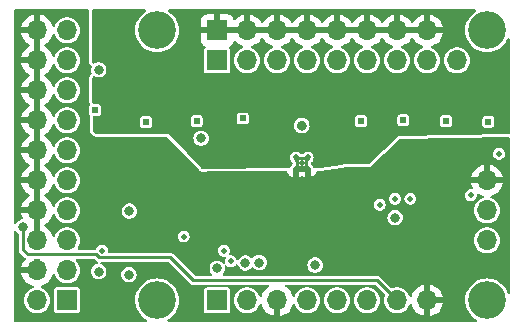
<source format=gbr>
%TF.GenerationSoftware,KiCad,Pcbnew,8.0.7*%
%TF.CreationDate,2024-12-22T07:10:06-05:00*%
%TF.ProjectId,tac5212_audio_board_single_ended,74616335-3231-4325-9f61-7564696f5f62,rev?*%
%TF.SameCoordinates,Original*%
%TF.FileFunction,Copper,L2,Inr*%
%TF.FilePolarity,Positive*%
%FSLAX46Y46*%
G04 Gerber Fmt 4.6, Leading zero omitted, Abs format (unit mm)*
G04 Created by KiCad (PCBNEW 8.0.7) date 2024-12-22 07:10:06*
%MOMM*%
%LPD*%
G01*
G04 APERTURE LIST*
%TA.AperFunction,ComponentPad*%
%ADD10R,1.700000X1.700000*%
%TD*%
%TA.AperFunction,ComponentPad*%
%ADD11O,1.700000X1.700000*%
%TD*%
%TA.AperFunction,ComponentPad*%
%ADD12C,3.200000*%
%TD*%
%TA.AperFunction,ComponentPad*%
%ADD13C,0.500000*%
%TD*%
%TA.AperFunction,ComponentPad*%
%ADD14R,0.500000X0.500000*%
%TD*%
%TA.AperFunction,ViaPad*%
%ADD15C,0.800000*%
%TD*%
%TA.AperFunction,Conductor*%
%ADD16C,0.250000*%
%TD*%
G04 APERTURE END LIST*
D10*
%TO.N,EN_HELD_HIGH*%
%TO.C,board_outline108*%
X89337500Y-122600000D03*
D11*
%TO.N,unconnected-(board_outline108-HELD_LOW-Pad2)*%
X86797500Y-122600000D03*
%TO.N,Net-(5V108-B)*%
X89337500Y-120060000D03*
%TO.N,GNDD*%
X86797500Y-120060000D03*
%TO.N,unconnected-(board_outline108-12V-Pad5)*%
X89337500Y-117520000D03*
%TO.N,GNDD*%
X86797500Y-117520000D03*
%TO.N,5212_DOUT1+*%
X89337500Y-114980000D03*
%TO.N,GNDD*%
X86797500Y-114980000D03*
%TO.N,5212_DIN1*%
X89337500Y-112440000D03*
%TO.N,GNDD*%
X86797500Y-112440000D03*
%TO.N,5212_BCLK1*%
X89337500Y-109900000D03*
%TO.N,GNDD*%
X86797500Y-109900000D03*
%TO.N,5212_LRCK1*%
X89337500Y-107360000D03*
%TO.N,GNDD*%
X86797500Y-107360000D03*
%TO.N,DSP_SDA*%
X89337500Y-104820000D03*
%TO.N,GNDD*%
X86797500Y-104820000D03*
%TO.N,DSP_SCL*%
X89337500Y-102280000D03*
%TO.N,GNDD*%
X86797500Y-102280000D03*
%TO.N,5212_MCLK1*%
X89337500Y-99740000D03*
%TO.N,GNDD*%
X86797500Y-99740000D03*
D10*
%TO.N,OUT1P+*%
X102047500Y-102285000D03*
%TO.N,Earth*%
X102047500Y-99745000D03*
D11*
%TO.N,OUT1M+*%
X104587500Y-102285000D03*
%TO.N,Earth*%
X104587500Y-99745000D03*
%TO.N,OUT2P+*%
X107127500Y-102285000D03*
%TO.N,Earth*%
X107127500Y-99745000D03*
%TO.N,OUT2M+*%
X109667500Y-102285000D03*
%TO.N,Earth*%
X109667500Y-99745000D03*
%TO.N,IN1P+*%
X112207500Y-102285000D03*
%TO.N,Earth*%
X112207500Y-99745000D03*
%TO.N,IN1M+*%
X114747500Y-102285000D03*
%TO.N,Earth*%
X114747500Y-99745000D03*
%TO.N,IN2P+*%
X117287500Y-102285000D03*
%TO.N,Earth*%
X117287500Y-99745000D03*
%TO.N,IN2M+*%
X119827500Y-102285000D03*
%TO.N,Earth*%
X119827500Y-99745000D03*
D10*
%TO.N,5212_SCL*%
X102047500Y-122605000D03*
D11*
%TO.N,5212_SDA*%
X104587500Y-122605000D03*
%TO.N,GNDD*%
X107127500Y-122605000D03*
%TO.N,GPIO1*%
X109667500Y-122605000D03*
%TO.N,GPIO2*%
X112207500Y-122605000D03*
%TO.N,GPO1*%
X114747500Y-122605000D03*
%TO.N,GPI1*%
X117287500Y-122605000D03*
%TO.N,GNDD*%
X119827500Y-122605000D03*
%TO.N,5V*%
X124892500Y-117525000D03*
%TO.N,3.3V_LDO*%
X124892500Y-114985000D03*
%TO.N,GNDD*%
X124892500Y-112445000D03*
%TO.N,MICBIAS*%
X122352500Y-102285000D03*
D12*
%TO.N,Net-(E108-B)*%
X96952500Y-99745000D03*
%TO.N,Net-(E109-B)*%
X124892500Y-99745000D03*
%TO.N,Net-(G117-A)*%
X96952500Y-122605000D03*
%TO.N,Net-(G118-A)*%
X124892500Y-122605000D03*
%TD*%
D13*
%TO.N,Earth*%
%TO.C,G110*%
X117100000Y-114000000D03*
%TD*%
%TO.N,Earth*%
%TO.C,G109*%
X99200000Y-117200000D03*
%TD*%
%TO.N,Earth*%
%TO.C,G112*%
X118400000Y-114000000D03*
%TD*%
%TO.N,Earth*%
%TO.C,G111*%
X92300000Y-118400000D03*
%TD*%
%TO.N,Earth*%
%TO.C,G113*%
X102600000Y-118400000D03*
%TD*%
%TO.N,GNDD*%
%TO.C,TAC5212*%
X109694975Y-110505025D03*
X109694975Y-111494975D03*
X109200000Y-111000000D03*
X108705025Y-110505025D03*
X108705025Y-111494975D03*
%TD*%
%TO.N,Earth*%
%TO.C,G115*%
X103200000Y-119300000D03*
%TD*%
%TO.N,Earth*%
%TO.C,G114*%
X123500000Y-113700000D03*
%TD*%
%TO.N,Earth*%
%TO.C,G116*%
X125900000Y-110200000D03*
%TD*%
%TO.N,Earth*%
%TO.C,G108*%
X115800000Y-114500000D03*
%TD*%
D14*
%TO.N,IN1P*%
%TO.C,INP1*%
X114200000Y-107425000D03*
%TD*%
%TO.N,OUT1M*%
%TO.C,OM1*%
X91700000Y-106500000D03*
%TD*%
%TO.N,IN1M*%
%TO.C,INM1*%
X117800000Y-107362500D03*
%TD*%
%TO.N,OUT1P*%
%TO.C,OP1*%
X96000000Y-107500000D03*
%TD*%
%TO.N,OUT2M*%
%TO.C,OM2*%
X104200000Y-107200000D03*
%TD*%
%TO.N,IN2M*%
%TO.C,INM2*%
X125000000Y-107482500D03*
%TD*%
%TO.N,IN2P*%
%TO.C,INP2*%
X121400000Y-107435000D03*
%TD*%
%TO.N,OUT2P*%
%TO.C,OP2*%
X100300000Y-107425000D03*
%TD*%
D15*
%TO.N,GNDD*%
X99400000Y-123800000D03*
X91719599Y-111998440D03*
X109200000Y-107800000D03*
X107711709Y-119246986D03*
X99000000Y-118800000D03*
X100718700Y-117875000D03*
%TO.N,5V*%
X94569964Y-120430000D03*
%TO.N,Earth*%
X103224739Y-107762663D03*
X112825000Y-110225000D03*
%TO.N,EN_HELD_HIGH*%
X117100000Y-115600000D03*
%TO.N,5212_SCL*%
X102047500Y-119900002D03*
%TO.N,5212_SDA*%
X92004802Y-120161926D03*
X92007954Y-103082209D03*
%TO.N,3.3V_LDO*%
X100675000Y-108873986D03*
X94600000Y-115050000D03*
X105600000Y-119400000D03*
%TO.N,GPI1*%
X85600000Y-116400000D03*
%TO.N,Net-(PU_EN108-Pad1)*%
X110338844Y-119622742D03*
X104430004Y-119430004D03*
%TD*%
D16*
%TO.N,GPI1*%
X100000000Y-120900000D02*
X98075000Y-118975000D01*
X85600000Y-118300000D02*
X85600000Y-116400000D01*
X86000000Y-118700000D02*
X85600000Y-118300000D01*
X91786827Y-118700000D02*
X86000000Y-118700000D01*
X92061827Y-118975000D02*
X91786827Y-118700000D01*
X115582500Y-120900000D02*
X100000000Y-120900000D01*
X117287500Y-122605000D02*
X115582500Y-120900000D01*
X98075000Y-118975000D02*
X92061827Y-118975000D01*
%TD*%
%TA.AperFunction,Conductor*%
%TO.N,Earth*%
G36*
X104121575Y-99552007D02*
G01*
X104087500Y-99679174D01*
X104087500Y-99810826D01*
X104121575Y-99937993D01*
X104154488Y-99995000D01*
X102480512Y-99995000D01*
X102513425Y-99937993D01*
X102547500Y-99810826D01*
X102547500Y-99679174D01*
X102513425Y-99552007D01*
X102480512Y-99495000D01*
X104154488Y-99495000D01*
X104121575Y-99552007D01*
G37*
%TD.AperFunction*%
%TA.AperFunction,Conductor*%
G36*
X106661575Y-99552007D02*
G01*
X106627500Y-99679174D01*
X106627500Y-99810826D01*
X106661575Y-99937993D01*
X106694488Y-99995000D01*
X105020512Y-99995000D01*
X105053425Y-99937993D01*
X105087500Y-99810826D01*
X105087500Y-99679174D01*
X105053425Y-99552007D01*
X105020512Y-99495000D01*
X106694488Y-99495000D01*
X106661575Y-99552007D01*
G37*
%TD.AperFunction*%
%TA.AperFunction,Conductor*%
G36*
X109201575Y-99552007D02*
G01*
X109167500Y-99679174D01*
X109167500Y-99810826D01*
X109201575Y-99937993D01*
X109234488Y-99995000D01*
X107560512Y-99995000D01*
X107593425Y-99937993D01*
X107627500Y-99810826D01*
X107627500Y-99679174D01*
X107593425Y-99552007D01*
X107560512Y-99495000D01*
X109234488Y-99495000D01*
X109201575Y-99552007D01*
G37*
%TD.AperFunction*%
%TA.AperFunction,Conductor*%
G36*
X111741575Y-99552007D02*
G01*
X111707500Y-99679174D01*
X111707500Y-99810826D01*
X111741575Y-99937993D01*
X111774488Y-99995000D01*
X110100512Y-99995000D01*
X110133425Y-99937993D01*
X110167500Y-99810826D01*
X110167500Y-99679174D01*
X110133425Y-99552007D01*
X110100512Y-99495000D01*
X111774488Y-99495000D01*
X111741575Y-99552007D01*
G37*
%TD.AperFunction*%
%TA.AperFunction,Conductor*%
G36*
X114281575Y-99552007D02*
G01*
X114247500Y-99679174D01*
X114247500Y-99810826D01*
X114281575Y-99937993D01*
X114314488Y-99995000D01*
X112640512Y-99995000D01*
X112673425Y-99937993D01*
X112707500Y-99810826D01*
X112707500Y-99679174D01*
X112673425Y-99552007D01*
X112640512Y-99495000D01*
X114314488Y-99495000D01*
X114281575Y-99552007D01*
G37*
%TD.AperFunction*%
%TA.AperFunction,Conductor*%
G36*
X116821575Y-99552007D02*
G01*
X116787500Y-99679174D01*
X116787500Y-99810826D01*
X116821575Y-99937993D01*
X116854488Y-99995000D01*
X115180512Y-99995000D01*
X115213425Y-99937993D01*
X115247500Y-99810826D01*
X115247500Y-99679174D01*
X115213425Y-99552007D01*
X115180512Y-99495000D01*
X116854488Y-99495000D01*
X116821575Y-99552007D01*
G37*
%TD.AperFunction*%
%TA.AperFunction,Conductor*%
G36*
X119361575Y-99552007D02*
G01*
X119327500Y-99679174D01*
X119327500Y-99810826D01*
X119361575Y-99937993D01*
X119394488Y-99995000D01*
X117720512Y-99995000D01*
X117753425Y-99937993D01*
X117787500Y-99810826D01*
X117787500Y-99679174D01*
X117753425Y-99552007D01*
X117720512Y-99495000D01*
X119394488Y-99495000D01*
X119361575Y-99552007D01*
G37*
%TD.AperFunction*%
%TA.AperFunction,Conductor*%
G36*
X95968916Y-97964685D02*
G01*
X96014671Y-98017489D01*
X96024615Y-98086647D01*
X95995590Y-98150203D01*
X95961304Y-98177832D01*
X95949494Y-98184280D01*
X95949486Y-98184285D01*
X95737592Y-98342906D01*
X95737574Y-98342922D01*
X95550422Y-98530074D01*
X95550406Y-98530092D01*
X95391785Y-98741986D01*
X95391780Y-98741994D01*
X95264928Y-98974305D01*
X95264926Y-98974309D01*
X95172421Y-99222326D01*
X95116158Y-99480965D01*
X95116157Y-99480972D01*
X95097273Y-99744998D01*
X95097273Y-99745001D01*
X95116157Y-100009027D01*
X95116158Y-100009034D01*
X95172421Y-100267673D01*
X95264926Y-100515690D01*
X95264928Y-100515694D01*
X95391780Y-100748005D01*
X95391785Y-100748013D01*
X95550406Y-100959907D01*
X95550422Y-100959925D01*
X95737574Y-101147077D01*
X95737592Y-101147093D01*
X95949486Y-101305714D01*
X95949494Y-101305719D01*
X96181805Y-101432571D01*
X96181809Y-101432573D01*
X96181811Y-101432574D01*
X96429822Y-101525077D01*
X96429825Y-101525077D01*
X96429826Y-101525078D01*
X96625052Y-101567546D01*
X96688474Y-101581343D01*
X96932160Y-101598772D01*
X96952499Y-101600227D01*
X96952500Y-101600227D01*
X96952501Y-101600227D01*
X96971385Y-101598876D01*
X97216526Y-101581343D01*
X97475178Y-101525077D01*
X97723189Y-101432574D01*
X97955511Y-101305716D01*
X98167415Y-101147087D01*
X98354587Y-100959915D01*
X98513216Y-100748011D01*
X98640074Y-100515689D01*
X98732577Y-100267678D01*
X98788843Y-100009026D01*
X98807727Y-99745000D01*
X98788843Y-99480974D01*
X98732577Y-99222322D01*
X98640074Y-98974311D01*
X98585259Y-98873926D01*
X98570641Y-98847155D01*
X100697500Y-98847155D01*
X100697500Y-99495000D01*
X101614488Y-99495000D01*
X101581575Y-99552007D01*
X101547500Y-99679174D01*
X101547500Y-99810826D01*
X101581575Y-99937993D01*
X101614488Y-99995000D01*
X100697500Y-99995000D01*
X100697500Y-100642844D01*
X100703901Y-100702372D01*
X100703903Y-100702379D01*
X100754145Y-100837086D01*
X100754149Y-100837093D01*
X100840309Y-100952187D01*
X100840312Y-100952190D01*
X100955406Y-101038350D01*
X100955412Y-101038353D01*
X100976768Y-101046319D01*
X101032701Y-101088191D01*
X101057118Y-101153656D01*
X101042266Y-101221928D01*
X101021119Y-101250179D01*
X101016900Y-101254397D01*
X100961533Y-101337260D01*
X100961532Y-101337264D01*
X100947000Y-101410321D01*
X100947000Y-103159678D01*
X100961532Y-103232735D01*
X100961533Y-103232739D01*
X100961534Y-103232740D01*
X101016899Y-103315601D01*
X101099760Y-103370966D01*
X101099764Y-103370967D01*
X101172821Y-103385499D01*
X101172824Y-103385500D01*
X101172826Y-103385500D01*
X102922176Y-103385500D01*
X102922177Y-103385499D01*
X102995240Y-103370966D01*
X103078101Y-103315601D01*
X103133466Y-103232740D01*
X103148000Y-103159674D01*
X103148000Y-101410326D01*
X103148000Y-101410323D01*
X103147999Y-101410321D01*
X103133467Y-101337264D01*
X103133466Y-101337260D01*
X103112388Y-101305714D01*
X103078101Y-101254399D01*
X103078099Y-101254397D01*
X103078098Y-101254396D01*
X103073884Y-101250182D01*
X103040399Y-101188859D01*
X103045383Y-101119167D01*
X103087255Y-101063234D01*
X103118232Y-101046319D01*
X103139586Y-101038354D01*
X103139593Y-101038350D01*
X103254687Y-100952190D01*
X103254690Y-100952187D01*
X103340850Y-100837093D01*
X103340854Y-100837086D01*
X103390114Y-100705013D01*
X103431985Y-100649079D01*
X103497449Y-100624662D01*
X103565722Y-100639513D01*
X103593977Y-100660665D01*
X103716417Y-100783105D01*
X103909921Y-100918600D01*
X104124007Y-101018429D01*
X104124016Y-101018433D01*
X104163083Y-101028901D01*
X104222744Y-101065266D01*
X104253273Y-101128113D01*
X104244979Y-101197488D01*
X104200493Y-101251366D01*
X104175784Y-101264302D01*
X104094873Y-101295647D01*
X104094857Y-101295655D01*
X103921460Y-101403017D01*
X103921458Y-101403019D01*
X103770737Y-101540418D01*
X103647827Y-101703178D01*
X103556922Y-101885739D01*
X103556917Y-101885752D01*
X103501102Y-102081917D01*
X103482285Y-102284999D01*
X103482285Y-102285000D01*
X103501102Y-102488082D01*
X103556917Y-102684247D01*
X103556922Y-102684260D01*
X103647827Y-102866821D01*
X103770737Y-103029581D01*
X103921458Y-103166980D01*
X103921460Y-103166982D01*
X104020641Y-103228392D01*
X104094863Y-103274348D01*
X104285044Y-103348024D01*
X104485524Y-103385500D01*
X104485526Y-103385500D01*
X104689474Y-103385500D01*
X104689476Y-103385500D01*
X104889956Y-103348024D01*
X105080137Y-103274348D01*
X105253541Y-103166981D01*
X105404264Y-103029579D01*
X105527173Y-102866821D01*
X105618082Y-102684250D01*
X105673897Y-102488083D01*
X105692715Y-102285000D01*
X105673897Y-102081917D01*
X105618082Y-101885750D01*
X105527173Y-101703179D01*
X105404264Y-101540421D01*
X105404262Y-101540418D01*
X105253541Y-101403019D01*
X105253539Y-101403017D01*
X105080142Y-101295655D01*
X105080135Y-101295651D01*
X104999215Y-101264303D01*
X104943813Y-101221730D01*
X104920223Y-101155963D01*
X104935934Y-101087883D01*
X104985958Y-101039104D01*
X105011917Y-101028901D01*
X105050981Y-101018434D01*
X105050992Y-101018429D01*
X105265078Y-100918600D01*
X105458582Y-100783105D01*
X105625605Y-100616082D01*
X105755925Y-100429968D01*
X105810502Y-100386344D01*
X105880001Y-100379151D01*
X105942355Y-100410673D01*
X105959075Y-100429968D01*
X106089394Y-100616082D01*
X106256417Y-100783105D01*
X106449921Y-100918600D01*
X106664007Y-101018429D01*
X106664016Y-101018433D01*
X106703083Y-101028901D01*
X106762744Y-101065266D01*
X106793273Y-101128113D01*
X106784979Y-101197488D01*
X106740493Y-101251366D01*
X106715784Y-101264302D01*
X106634873Y-101295647D01*
X106634857Y-101295655D01*
X106461460Y-101403017D01*
X106461458Y-101403019D01*
X106310737Y-101540418D01*
X106187827Y-101703178D01*
X106096922Y-101885739D01*
X106096917Y-101885752D01*
X106041102Y-102081917D01*
X106022285Y-102284999D01*
X106022285Y-102285000D01*
X106041102Y-102488082D01*
X106096917Y-102684247D01*
X106096922Y-102684260D01*
X106187827Y-102866821D01*
X106310737Y-103029581D01*
X106461458Y-103166980D01*
X106461460Y-103166982D01*
X106560641Y-103228392D01*
X106634863Y-103274348D01*
X106825044Y-103348024D01*
X107025524Y-103385500D01*
X107025526Y-103385500D01*
X107229474Y-103385500D01*
X107229476Y-103385500D01*
X107429956Y-103348024D01*
X107620137Y-103274348D01*
X107793541Y-103166981D01*
X107944264Y-103029579D01*
X108067173Y-102866821D01*
X108158082Y-102684250D01*
X108213897Y-102488083D01*
X108232715Y-102285000D01*
X108213897Y-102081917D01*
X108158082Y-101885750D01*
X108067173Y-101703179D01*
X107944264Y-101540421D01*
X107944262Y-101540418D01*
X107793541Y-101403019D01*
X107793539Y-101403017D01*
X107620142Y-101295655D01*
X107620135Y-101295651D01*
X107539215Y-101264303D01*
X107483813Y-101221730D01*
X107460223Y-101155963D01*
X107475934Y-101087883D01*
X107525958Y-101039104D01*
X107551917Y-101028901D01*
X107590981Y-101018434D01*
X107590992Y-101018429D01*
X107805078Y-100918600D01*
X107998582Y-100783105D01*
X108165605Y-100616082D01*
X108295925Y-100429968D01*
X108350502Y-100386344D01*
X108420001Y-100379151D01*
X108482355Y-100410673D01*
X108499075Y-100429968D01*
X108629394Y-100616082D01*
X108796417Y-100783105D01*
X108989921Y-100918600D01*
X109204007Y-101018429D01*
X109204016Y-101018433D01*
X109243083Y-101028901D01*
X109302744Y-101065266D01*
X109333273Y-101128113D01*
X109324979Y-101197488D01*
X109280493Y-101251366D01*
X109255784Y-101264302D01*
X109174873Y-101295647D01*
X109174857Y-101295655D01*
X109001460Y-101403017D01*
X109001458Y-101403019D01*
X108850737Y-101540418D01*
X108727827Y-101703178D01*
X108636922Y-101885739D01*
X108636917Y-101885752D01*
X108581102Y-102081917D01*
X108562285Y-102284999D01*
X108562285Y-102285000D01*
X108581102Y-102488082D01*
X108636917Y-102684247D01*
X108636922Y-102684260D01*
X108727827Y-102866821D01*
X108850737Y-103029581D01*
X109001458Y-103166980D01*
X109001460Y-103166982D01*
X109100641Y-103228392D01*
X109174863Y-103274348D01*
X109365044Y-103348024D01*
X109565524Y-103385500D01*
X109565526Y-103385500D01*
X109769474Y-103385500D01*
X109769476Y-103385500D01*
X109969956Y-103348024D01*
X110160137Y-103274348D01*
X110333541Y-103166981D01*
X110484264Y-103029579D01*
X110607173Y-102866821D01*
X110698082Y-102684250D01*
X110753897Y-102488083D01*
X110772715Y-102285000D01*
X110753897Y-102081917D01*
X110698082Y-101885750D01*
X110607173Y-101703179D01*
X110484264Y-101540421D01*
X110484262Y-101540418D01*
X110333541Y-101403019D01*
X110333539Y-101403017D01*
X110160142Y-101295655D01*
X110160135Y-101295651D01*
X110079215Y-101264303D01*
X110023813Y-101221730D01*
X110000223Y-101155963D01*
X110015934Y-101087883D01*
X110065958Y-101039104D01*
X110091917Y-101028901D01*
X110130981Y-101018434D01*
X110130992Y-101018429D01*
X110345078Y-100918600D01*
X110538582Y-100783105D01*
X110705605Y-100616082D01*
X110835925Y-100429968D01*
X110890502Y-100386344D01*
X110960001Y-100379151D01*
X111022355Y-100410673D01*
X111039075Y-100429968D01*
X111169394Y-100616082D01*
X111336417Y-100783105D01*
X111529921Y-100918600D01*
X111744007Y-101018429D01*
X111744016Y-101018433D01*
X111783083Y-101028901D01*
X111842744Y-101065266D01*
X111873273Y-101128113D01*
X111864979Y-101197488D01*
X111820493Y-101251366D01*
X111795784Y-101264302D01*
X111714873Y-101295647D01*
X111714857Y-101295655D01*
X111541460Y-101403017D01*
X111541458Y-101403019D01*
X111390737Y-101540418D01*
X111267827Y-101703178D01*
X111176922Y-101885739D01*
X111176917Y-101885752D01*
X111121102Y-102081917D01*
X111102285Y-102284999D01*
X111102285Y-102285000D01*
X111121102Y-102488082D01*
X111176917Y-102684247D01*
X111176922Y-102684260D01*
X111267827Y-102866821D01*
X111390737Y-103029581D01*
X111541458Y-103166980D01*
X111541460Y-103166982D01*
X111640641Y-103228392D01*
X111714863Y-103274348D01*
X111905044Y-103348024D01*
X112105524Y-103385500D01*
X112105526Y-103385500D01*
X112309474Y-103385500D01*
X112309476Y-103385500D01*
X112509956Y-103348024D01*
X112700137Y-103274348D01*
X112873541Y-103166981D01*
X113024264Y-103029579D01*
X113147173Y-102866821D01*
X113238082Y-102684250D01*
X113293897Y-102488083D01*
X113312715Y-102285000D01*
X113293897Y-102081917D01*
X113238082Y-101885750D01*
X113147173Y-101703179D01*
X113024264Y-101540421D01*
X113024262Y-101540418D01*
X112873541Y-101403019D01*
X112873539Y-101403017D01*
X112700142Y-101295655D01*
X112700135Y-101295651D01*
X112619215Y-101264303D01*
X112563813Y-101221730D01*
X112540223Y-101155963D01*
X112555934Y-101087883D01*
X112605958Y-101039104D01*
X112631917Y-101028901D01*
X112670981Y-101018434D01*
X112670992Y-101018429D01*
X112885078Y-100918600D01*
X113078582Y-100783105D01*
X113245605Y-100616082D01*
X113375925Y-100429968D01*
X113430502Y-100386344D01*
X113500001Y-100379151D01*
X113562355Y-100410673D01*
X113579075Y-100429968D01*
X113709394Y-100616082D01*
X113876417Y-100783105D01*
X114069921Y-100918600D01*
X114284007Y-101018429D01*
X114284016Y-101018433D01*
X114323083Y-101028901D01*
X114382744Y-101065266D01*
X114413273Y-101128113D01*
X114404979Y-101197488D01*
X114360493Y-101251366D01*
X114335784Y-101264302D01*
X114254873Y-101295647D01*
X114254857Y-101295655D01*
X114081460Y-101403017D01*
X114081458Y-101403019D01*
X113930737Y-101540418D01*
X113807827Y-101703178D01*
X113716922Y-101885739D01*
X113716917Y-101885752D01*
X113661102Y-102081917D01*
X113642285Y-102284999D01*
X113642285Y-102285000D01*
X113661102Y-102488082D01*
X113716917Y-102684247D01*
X113716922Y-102684260D01*
X113807827Y-102866821D01*
X113930737Y-103029581D01*
X114081458Y-103166980D01*
X114081460Y-103166982D01*
X114180641Y-103228392D01*
X114254863Y-103274348D01*
X114445044Y-103348024D01*
X114645524Y-103385500D01*
X114645526Y-103385500D01*
X114849474Y-103385500D01*
X114849476Y-103385500D01*
X115049956Y-103348024D01*
X115240137Y-103274348D01*
X115413541Y-103166981D01*
X115564264Y-103029579D01*
X115687173Y-102866821D01*
X115778082Y-102684250D01*
X115833897Y-102488083D01*
X115852715Y-102285000D01*
X115833897Y-102081917D01*
X115778082Y-101885750D01*
X115687173Y-101703179D01*
X115564264Y-101540421D01*
X115564262Y-101540418D01*
X115413541Y-101403019D01*
X115413539Y-101403017D01*
X115240142Y-101295655D01*
X115240135Y-101295651D01*
X115159215Y-101264303D01*
X115103813Y-101221730D01*
X115080223Y-101155963D01*
X115095934Y-101087883D01*
X115145958Y-101039104D01*
X115171917Y-101028901D01*
X115210981Y-101018434D01*
X115210992Y-101018429D01*
X115425078Y-100918600D01*
X115618582Y-100783105D01*
X115785605Y-100616082D01*
X115915925Y-100429968D01*
X115970502Y-100386344D01*
X116040001Y-100379151D01*
X116102355Y-100410673D01*
X116119075Y-100429968D01*
X116249394Y-100616082D01*
X116416417Y-100783105D01*
X116609921Y-100918600D01*
X116824007Y-101018429D01*
X116824016Y-101018433D01*
X116863083Y-101028901D01*
X116922744Y-101065266D01*
X116953273Y-101128113D01*
X116944979Y-101197488D01*
X116900493Y-101251366D01*
X116875784Y-101264302D01*
X116794873Y-101295647D01*
X116794857Y-101295655D01*
X116621460Y-101403017D01*
X116621458Y-101403019D01*
X116470737Y-101540418D01*
X116347827Y-101703178D01*
X116256922Y-101885739D01*
X116256917Y-101885752D01*
X116201102Y-102081917D01*
X116182285Y-102284999D01*
X116182285Y-102285000D01*
X116201102Y-102488082D01*
X116256917Y-102684247D01*
X116256922Y-102684260D01*
X116347827Y-102866821D01*
X116470737Y-103029581D01*
X116621458Y-103166980D01*
X116621460Y-103166982D01*
X116720641Y-103228392D01*
X116794863Y-103274348D01*
X116985044Y-103348024D01*
X117185524Y-103385500D01*
X117185526Y-103385500D01*
X117389474Y-103385500D01*
X117389476Y-103385500D01*
X117589956Y-103348024D01*
X117780137Y-103274348D01*
X117953541Y-103166981D01*
X118104264Y-103029579D01*
X118227173Y-102866821D01*
X118318082Y-102684250D01*
X118373897Y-102488083D01*
X118392715Y-102285000D01*
X118373897Y-102081917D01*
X118318082Y-101885750D01*
X118227173Y-101703179D01*
X118104264Y-101540421D01*
X118104262Y-101540418D01*
X117953541Y-101403019D01*
X117953539Y-101403017D01*
X117780142Y-101295655D01*
X117780135Y-101295651D01*
X117699215Y-101264303D01*
X117643813Y-101221730D01*
X117620223Y-101155963D01*
X117635934Y-101087883D01*
X117685958Y-101039104D01*
X117711917Y-101028901D01*
X117750981Y-101018434D01*
X117750992Y-101018429D01*
X117965078Y-100918600D01*
X118158582Y-100783105D01*
X118325605Y-100616082D01*
X118455925Y-100429968D01*
X118510502Y-100386344D01*
X118580001Y-100379151D01*
X118642355Y-100410673D01*
X118659075Y-100429968D01*
X118789394Y-100616082D01*
X118956417Y-100783105D01*
X119149921Y-100918600D01*
X119364007Y-101018429D01*
X119364016Y-101018433D01*
X119403083Y-101028901D01*
X119462744Y-101065266D01*
X119493273Y-101128113D01*
X119484979Y-101197488D01*
X119440493Y-101251366D01*
X119415784Y-101264302D01*
X119334873Y-101295647D01*
X119334857Y-101295655D01*
X119161460Y-101403017D01*
X119161458Y-101403019D01*
X119010737Y-101540418D01*
X118887827Y-101703178D01*
X118796922Y-101885739D01*
X118796917Y-101885752D01*
X118741102Y-102081917D01*
X118722285Y-102284999D01*
X118722285Y-102285000D01*
X118741102Y-102488082D01*
X118796917Y-102684247D01*
X118796922Y-102684260D01*
X118887827Y-102866821D01*
X119010737Y-103029581D01*
X119161458Y-103166980D01*
X119161460Y-103166982D01*
X119260641Y-103228392D01*
X119334863Y-103274348D01*
X119525044Y-103348024D01*
X119725524Y-103385500D01*
X119725526Y-103385500D01*
X119929474Y-103385500D01*
X119929476Y-103385500D01*
X120129956Y-103348024D01*
X120320137Y-103274348D01*
X120493541Y-103166981D01*
X120644264Y-103029579D01*
X120767173Y-102866821D01*
X120858082Y-102684250D01*
X120913897Y-102488083D01*
X120932715Y-102285000D01*
X120932715Y-102284999D01*
X121247285Y-102284999D01*
X121247285Y-102285000D01*
X121266102Y-102488082D01*
X121321917Y-102684247D01*
X121321922Y-102684260D01*
X121412827Y-102866821D01*
X121535737Y-103029581D01*
X121686458Y-103166980D01*
X121686460Y-103166982D01*
X121785641Y-103228392D01*
X121859863Y-103274348D01*
X122050044Y-103348024D01*
X122250524Y-103385500D01*
X122250526Y-103385500D01*
X122454474Y-103385500D01*
X122454476Y-103385500D01*
X122654956Y-103348024D01*
X122845137Y-103274348D01*
X123018541Y-103166981D01*
X123169264Y-103029579D01*
X123292173Y-102866821D01*
X123383082Y-102684250D01*
X123438897Y-102488083D01*
X123457715Y-102285000D01*
X123438897Y-102081917D01*
X123383082Y-101885750D01*
X123292173Y-101703179D01*
X123169264Y-101540421D01*
X123169262Y-101540418D01*
X123018541Y-101403019D01*
X123018539Y-101403017D01*
X122845142Y-101295655D01*
X122845135Y-101295651D01*
X122730821Y-101251366D01*
X122654956Y-101221976D01*
X122454476Y-101184500D01*
X122250524Y-101184500D01*
X122050044Y-101221976D01*
X122050041Y-101221976D01*
X122050041Y-101221977D01*
X121859864Y-101295651D01*
X121859857Y-101295655D01*
X121686460Y-101403017D01*
X121686458Y-101403019D01*
X121535737Y-101540418D01*
X121412827Y-101703178D01*
X121321922Y-101885739D01*
X121321917Y-101885752D01*
X121266102Y-102081917D01*
X121247285Y-102284999D01*
X120932715Y-102284999D01*
X120913897Y-102081917D01*
X120858082Y-101885750D01*
X120767173Y-101703179D01*
X120644264Y-101540421D01*
X120644262Y-101540418D01*
X120493541Y-101403019D01*
X120493539Y-101403017D01*
X120320142Y-101295655D01*
X120320135Y-101295651D01*
X120239215Y-101264303D01*
X120183813Y-101221730D01*
X120160223Y-101155963D01*
X120175934Y-101087883D01*
X120225958Y-101039104D01*
X120251917Y-101028901D01*
X120290981Y-101018434D01*
X120290992Y-101018429D01*
X120505078Y-100918600D01*
X120698582Y-100783105D01*
X120865605Y-100616082D01*
X121001100Y-100422578D01*
X121100929Y-100208492D01*
X121100932Y-100208486D01*
X121158136Y-99995000D01*
X120260512Y-99995000D01*
X120293425Y-99937993D01*
X120327500Y-99810826D01*
X120327500Y-99679174D01*
X120293425Y-99552007D01*
X120260512Y-99495000D01*
X121158136Y-99495000D01*
X121158135Y-99494999D01*
X121100932Y-99281513D01*
X121100929Y-99281507D01*
X121001100Y-99067422D01*
X121001099Y-99067420D01*
X120865613Y-98873926D01*
X120865608Y-98873920D01*
X120698582Y-98706894D01*
X120505078Y-98571399D01*
X120290992Y-98471570D01*
X120290986Y-98471567D01*
X120077500Y-98414364D01*
X120077500Y-99311988D01*
X120020493Y-99279075D01*
X119893326Y-99245000D01*
X119761674Y-99245000D01*
X119634507Y-99279075D01*
X119577500Y-99311988D01*
X119577500Y-98414364D01*
X119577499Y-98414364D01*
X119364013Y-98471567D01*
X119364007Y-98471570D01*
X119149922Y-98571399D01*
X119149920Y-98571400D01*
X118956426Y-98706886D01*
X118956420Y-98706891D01*
X118789391Y-98873920D01*
X118789390Y-98873922D01*
X118659075Y-99060031D01*
X118604498Y-99103655D01*
X118534999Y-99110848D01*
X118472645Y-99079326D01*
X118455925Y-99060031D01*
X118325609Y-98873922D01*
X118325608Y-98873920D01*
X118158582Y-98706894D01*
X117965078Y-98571399D01*
X117750992Y-98471570D01*
X117750986Y-98471567D01*
X117537500Y-98414364D01*
X117537500Y-99311988D01*
X117480493Y-99279075D01*
X117353326Y-99245000D01*
X117221674Y-99245000D01*
X117094507Y-99279075D01*
X117037500Y-99311988D01*
X117037500Y-98414364D01*
X117037499Y-98414364D01*
X116824013Y-98471567D01*
X116824007Y-98471570D01*
X116609922Y-98571399D01*
X116609920Y-98571400D01*
X116416426Y-98706886D01*
X116416420Y-98706891D01*
X116249391Y-98873920D01*
X116249390Y-98873922D01*
X116119075Y-99060031D01*
X116064498Y-99103655D01*
X115994999Y-99110848D01*
X115932645Y-99079326D01*
X115915925Y-99060031D01*
X115785609Y-98873922D01*
X115785608Y-98873920D01*
X115618582Y-98706894D01*
X115425078Y-98571399D01*
X115210992Y-98471570D01*
X115210986Y-98471567D01*
X114997500Y-98414364D01*
X114997500Y-99311988D01*
X114940493Y-99279075D01*
X114813326Y-99245000D01*
X114681674Y-99245000D01*
X114554507Y-99279075D01*
X114497500Y-99311988D01*
X114497500Y-98414364D01*
X114497499Y-98414364D01*
X114284013Y-98471567D01*
X114284007Y-98471570D01*
X114069922Y-98571399D01*
X114069920Y-98571400D01*
X113876426Y-98706886D01*
X113876420Y-98706891D01*
X113709391Y-98873920D01*
X113709390Y-98873922D01*
X113579075Y-99060031D01*
X113524498Y-99103655D01*
X113454999Y-99110848D01*
X113392645Y-99079326D01*
X113375925Y-99060031D01*
X113245609Y-98873922D01*
X113245608Y-98873920D01*
X113078582Y-98706894D01*
X112885078Y-98571399D01*
X112670992Y-98471570D01*
X112670986Y-98471567D01*
X112457500Y-98414364D01*
X112457500Y-99311988D01*
X112400493Y-99279075D01*
X112273326Y-99245000D01*
X112141674Y-99245000D01*
X112014507Y-99279075D01*
X111957500Y-99311988D01*
X111957500Y-98414364D01*
X111957499Y-98414364D01*
X111744013Y-98471567D01*
X111744007Y-98471570D01*
X111529922Y-98571399D01*
X111529920Y-98571400D01*
X111336426Y-98706886D01*
X111336420Y-98706891D01*
X111169391Y-98873920D01*
X111169390Y-98873922D01*
X111039075Y-99060031D01*
X110984498Y-99103655D01*
X110914999Y-99110848D01*
X110852645Y-99079326D01*
X110835925Y-99060031D01*
X110705609Y-98873922D01*
X110705608Y-98873920D01*
X110538582Y-98706894D01*
X110345078Y-98571399D01*
X110130992Y-98471570D01*
X110130986Y-98471567D01*
X109917500Y-98414364D01*
X109917500Y-99311988D01*
X109860493Y-99279075D01*
X109733326Y-99245000D01*
X109601674Y-99245000D01*
X109474507Y-99279075D01*
X109417500Y-99311988D01*
X109417500Y-98414364D01*
X109417499Y-98414364D01*
X109204013Y-98471567D01*
X109204007Y-98471570D01*
X108989922Y-98571399D01*
X108989920Y-98571400D01*
X108796426Y-98706886D01*
X108796420Y-98706891D01*
X108629391Y-98873920D01*
X108629390Y-98873922D01*
X108499075Y-99060031D01*
X108444498Y-99103655D01*
X108374999Y-99110848D01*
X108312645Y-99079326D01*
X108295925Y-99060031D01*
X108165609Y-98873922D01*
X108165608Y-98873920D01*
X107998582Y-98706894D01*
X107805078Y-98571399D01*
X107590992Y-98471570D01*
X107590986Y-98471567D01*
X107377500Y-98414364D01*
X107377500Y-99311988D01*
X107320493Y-99279075D01*
X107193326Y-99245000D01*
X107061674Y-99245000D01*
X106934507Y-99279075D01*
X106877500Y-99311988D01*
X106877500Y-98414364D01*
X106877499Y-98414364D01*
X106664013Y-98471567D01*
X106664007Y-98471570D01*
X106449922Y-98571399D01*
X106449920Y-98571400D01*
X106256426Y-98706886D01*
X106256420Y-98706891D01*
X106089391Y-98873920D01*
X106089390Y-98873922D01*
X105959075Y-99060031D01*
X105904498Y-99103655D01*
X105834999Y-99110848D01*
X105772645Y-99079326D01*
X105755925Y-99060031D01*
X105625609Y-98873922D01*
X105625608Y-98873920D01*
X105458582Y-98706894D01*
X105265078Y-98571399D01*
X105050992Y-98471570D01*
X105050986Y-98471567D01*
X104837500Y-98414364D01*
X104837500Y-99311988D01*
X104780493Y-99279075D01*
X104653326Y-99245000D01*
X104521674Y-99245000D01*
X104394507Y-99279075D01*
X104337500Y-99311988D01*
X104337500Y-98414364D01*
X104337499Y-98414364D01*
X104124013Y-98471567D01*
X104124007Y-98471570D01*
X103909922Y-98571399D01*
X103909920Y-98571400D01*
X103716426Y-98706886D01*
X103593977Y-98829335D01*
X103532654Y-98862819D01*
X103462962Y-98857835D01*
X103407029Y-98815963D01*
X103390114Y-98784986D01*
X103340854Y-98652913D01*
X103340850Y-98652906D01*
X103254690Y-98537812D01*
X103254687Y-98537809D01*
X103139593Y-98451649D01*
X103139586Y-98451645D01*
X103004879Y-98401403D01*
X103004872Y-98401401D01*
X102945344Y-98395000D01*
X102297500Y-98395000D01*
X102297500Y-99311988D01*
X102240493Y-99279075D01*
X102113326Y-99245000D01*
X101981674Y-99245000D01*
X101854507Y-99279075D01*
X101797500Y-99311988D01*
X101797500Y-98395000D01*
X101149655Y-98395000D01*
X101090127Y-98401401D01*
X101090120Y-98401403D01*
X100955413Y-98451645D01*
X100955406Y-98451649D01*
X100840312Y-98537809D01*
X100840309Y-98537812D01*
X100754149Y-98652906D01*
X100754145Y-98652913D01*
X100703903Y-98787620D01*
X100703901Y-98787627D01*
X100697500Y-98847155D01*
X98570641Y-98847155D01*
X98513219Y-98741994D01*
X98513214Y-98741986D01*
X98354593Y-98530092D01*
X98354577Y-98530074D01*
X98167425Y-98342922D01*
X98167407Y-98342906D01*
X97955513Y-98184285D01*
X97955505Y-98184280D01*
X97943696Y-98177832D01*
X97894291Y-98128427D01*
X97879439Y-98060154D01*
X97903856Y-97994689D01*
X97959790Y-97952818D01*
X98003123Y-97945000D01*
X123841877Y-97945000D01*
X123908916Y-97964685D01*
X123954671Y-98017489D01*
X123964615Y-98086647D01*
X123935590Y-98150203D01*
X123901304Y-98177832D01*
X123889494Y-98184280D01*
X123889486Y-98184285D01*
X123677592Y-98342906D01*
X123677574Y-98342922D01*
X123490422Y-98530074D01*
X123490406Y-98530092D01*
X123331785Y-98741986D01*
X123331780Y-98741994D01*
X123204928Y-98974305D01*
X123204926Y-98974309D01*
X123112421Y-99222326D01*
X123056158Y-99480965D01*
X123056157Y-99480972D01*
X123037273Y-99744998D01*
X123037273Y-99745001D01*
X123056157Y-100009027D01*
X123056158Y-100009034D01*
X123112421Y-100267673D01*
X123204926Y-100515690D01*
X123204928Y-100515694D01*
X123331780Y-100748005D01*
X123331785Y-100748013D01*
X123490406Y-100959907D01*
X123490422Y-100959925D01*
X123677574Y-101147077D01*
X123677592Y-101147093D01*
X123889486Y-101305714D01*
X123889494Y-101305719D01*
X124121805Y-101432571D01*
X124121809Y-101432573D01*
X124121811Y-101432574D01*
X124369822Y-101525077D01*
X124369825Y-101525077D01*
X124369826Y-101525078D01*
X124565052Y-101567546D01*
X124628474Y-101581343D01*
X124872160Y-101598772D01*
X124892499Y-101600227D01*
X124892500Y-101600227D01*
X124892501Y-101600227D01*
X124911385Y-101598876D01*
X125156526Y-101581343D01*
X125415178Y-101525077D01*
X125663189Y-101432574D01*
X125895511Y-101305716D01*
X126107415Y-101147087D01*
X126294587Y-100959915D01*
X126453216Y-100748011D01*
X126580074Y-100515689D01*
X126592318Y-100482860D01*
X126634188Y-100426927D01*
X126699653Y-100402509D01*
X126767926Y-100417360D01*
X126817332Y-100466765D01*
X126832500Y-100526193D01*
X126832500Y-108430153D01*
X126812815Y-108497192D01*
X126760011Y-108542947D01*
X126710271Y-108554140D01*
X117431353Y-108686701D01*
X117431350Y-108686702D01*
X114922568Y-111049161D01*
X114860267Y-111080790D01*
X114835437Y-111082869D01*
X112900002Y-111049741D01*
X112900001Y-111049741D01*
X112900000Y-111049741D01*
X112486638Y-111112830D01*
X110708956Y-111384146D01*
X110690930Y-111385563D01*
X110276647Y-111387846D01*
X110209500Y-111368531D01*
X110163455Y-111315980D01*
X110163170Y-111315360D01*
X110120352Y-111221603D01*
X110120351Y-111221601D01*
X110026103Y-111112832D01*
X110012852Y-111104316D01*
X109967096Y-111051513D01*
X109957152Y-110982355D01*
X109986176Y-110918799D01*
X110012852Y-110895684D01*
X110014356Y-110894717D01*
X110026103Y-110887168D01*
X110120352Y-110778398D01*
X110180140Y-110647482D01*
X110200622Y-110505025D01*
X110180140Y-110362568D01*
X110120352Y-110231652D01*
X110026103Y-110122882D01*
X109905028Y-110045072D01*
X109905026Y-110045071D01*
X109905024Y-110045070D01*
X109905025Y-110045070D01*
X109766938Y-110004525D01*
X109766936Y-110004525D01*
X109623014Y-110004525D01*
X109623011Y-110004525D01*
X109484924Y-110045070D01*
X109363848Y-110122881D01*
X109293713Y-110203821D01*
X109234934Y-110241595D01*
X109165065Y-110241595D01*
X109106287Y-110203821D01*
X109084550Y-110178736D01*
X109036153Y-110122882D01*
X108915078Y-110045072D01*
X108915076Y-110045071D01*
X108915074Y-110045070D01*
X108915075Y-110045070D01*
X108776988Y-110004525D01*
X108776986Y-110004525D01*
X108633064Y-110004525D01*
X108633061Y-110004525D01*
X108494974Y-110045070D01*
X108373898Y-110122881D01*
X108279648Y-110231651D01*
X108279647Y-110231653D01*
X108219859Y-110362568D01*
X108199378Y-110505025D01*
X108219859Y-110647481D01*
X108279647Y-110778396D01*
X108279648Y-110778398D01*
X108373897Y-110887168D01*
X108373899Y-110887169D01*
X108387149Y-110895685D01*
X108432904Y-110948489D01*
X108442847Y-111017648D01*
X108413821Y-111081203D01*
X108387149Y-111104315D01*
X108373899Y-111112830D01*
X108279648Y-111221601D01*
X108279647Y-111221603D01*
X108231400Y-111327248D01*
X108185645Y-111380052D01*
X108119289Y-111399734D01*
X100753554Y-111440322D01*
X100686407Y-111421007D01*
X100663069Y-111401832D01*
X98256101Y-108873985D01*
X100019722Y-108873985D01*
X100019722Y-108873986D01*
X100038762Y-109030804D01*
X100094780Y-109178509D01*
X100184517Y-109308516D01*
X100302760Y-109413269D01*
X100302762Y-109413270D01*
X100442634Y-109486682D01*
X100596014Y-109524486D01*
X100596015Y-109524486D01*
X100753985Y-109524486D01*
X100907365Y-109486682D01*
X101047240Y-109413269D01*
X101165483Y-109308516D01*
X101255220Y-109178509D01*
X101311237Y-109030804D01*
X101330278Y-108873986D01*
X101311237Y-108717168D01*
X101299682Y-108686701D01*
X101289992Y-108661150D01*
X101255220Y-108569463D01*
X101165483Y-108439456D01*
X101047240Y-108334703D01*
X101047238Y-108334702D01*
X101047237Y-108334701D01*
X100907365Y-108261289D01*
X100753986Y-108223486D01*
X100753985Y-108223486D01*
X100596015Y-108223486D01*
X100596014Y-108223486D01*
X100442634Y-108261289D01*
X100302762Y-108334701D01*
X100184516Y-108439457D01*
X100094781Y-108569461D01*
X100094780Y-108569462D01*
X100038762Y-108717167D01*
X100019722Y-108873985D01*
X98256101Y-108873985D01*
X97900000Y-108500000D01*
X91837544Y-108500000D01*
X91770505Y-108480315D01*
X91768761Y-108479174D01*
X91554695Y-108336463D01*
X91509834Y-108282898D01*
X91499482Y-108234265D01*
X91499397Y-108223486D01*
X91491538Y-107225321D01*
X95499500Y-107225321D01*
X95499500Y-107774678D01*
X95514032Y-107847735D01*
X95514033Y-107847739D01*
X95524230Y-107863000D01*
X95569399Y-107930601D01*
X95647821Y-107983000D01*
X95652260Y-107985966D01*
X95652264Y-107985967D01*
X95725321Y-108000499D01*
X95725324Y-108000500D01*
X95725326Y-108000500D01*
X96274676Y-108000500D01*
X96274677Y-108000499D01*
X96347740Y-107985966D01*
X96430601Y-107930601D01*
X96485966Y-107847740D01*
X96500500Y-107774674D01*
X96500500Y-107225326D01*
X96500500Y-107225323D01*
X96500499Y-107225321D01*
X96485967Y-107152264D01*
X96485966Y-107152260D01*
X96484670Y-107150321D01*
X99799500Y-107150321D01*
X99799500Y-107699678D01*
X99814032Y-107772735D01*
X99814033Y-107772739D01*
X99832248Y-107799999D01*
X99869399Y-107855601D01*
X99952260Y-107910966D01*
X99952264Y-107910967D01*
X100025321Y-107925499D01*
X100025324Y-107925500D01*
X100025326Y-107925500D01*
X100574676Y-107925500D01*
X100574677Y-107925499D01*
X100647740Y-107910966D01*
X100730601Y-107855601D01*
X100767752Y-107799999D01*
X108544722Y-107799999D01*
X108544722Y-107800000D01*
X108563762Y-107956818D01*
X108580329Y-108000500D01*
X108619780Y-108104523D01*
X108709517Y-108234530D01*
X108827760Y-108339283D01*
X108827762Y-108339284D01*
X108967634Y-108412696D01*
X109121014Y-108450500D01*
X109121015Y-108450500D01*
X109278985Y-108450500D01*
X109432365Y-108412696D01*
X109572240Y-108339283D01*
X109690483Y-108234530D01*
X109780220Y-108104523D01*
X109836237Y-107956818D01*
X109855278Y-107800000D01*
X109851968Y-107772735D01*
X109836237Y-107643181D01*
X109814992Y-107587164D01*
X109780220Y-107495477D01*
X109690483Y-107365470D01*
X109572240Y-107260717D01*
X109572238Y-107260716D01*
X109572237Y-107260715D01*
X109432365Y-107187303D01*
X109282317Y-107150321D01*
X113699500Y-107150321D01*
X113699500Y-107699678D01*
X113714032Y-107772735D01*
X113714033Y-107772739D01*
X113732248Y-107799999D01*
X113769399Y-107855601D01*
X113852260Y-107910966D01*
X113852264Y-107910967D01*
X113925321Y-107925499D01*
X113925324Y-107925500D01*
X113925326Y-107925500D01*
X114474676Y-107925500D01*
X114474677Y-107925499D01*
X114547740Y-107910966D01*
X114630601Y-107855601D01*
X114685966Y-107772740D01*
X114700500Y-107699674D01*
X114700500Y-107150326D01*
X114700500Y-107150323D01*
X114700499Y-107150321D01*
X114688067Y-107087821D01*
X117299500Y-107087821D01*
X117299500Y-107637178D01*
X117314032Y-107710235D01*
X117314033Y-107710239D01*
X117314034Y-107710240D01*
X117369399Y-107793101D01*
X117451166Y-107847735D01*
X117452260Y-107848466D01*
X117452264Y-107848467D01*
X117525321Y-107862999D01*
X117525324Y-107863000D01*
X117525326Y-107863000D01*
X118074676Y-107863000D01*
X118074677Y-107862999D01*
X118147740Y-107848466D01*
X118230601Y-107793101D01*
X118285966Y-107710240D01*
X118300500Y-107637174D01*
X118300500Y-107160321D01*
X120899500Y-107160321D01*
X120899500Y-107709678D01*
X120914032Y-107782735D01*
X120914033Y-107782739D01*
X120932405Y-107810235D01*
X120969399Y-107865601D01*
X121040489Y-107913101D01*
X121052260Y-107920966D01*
X121052264Y-107920967D01*
X121125321Y-107935499D01*
X121125324Y-107935500D01*
X121125326Y-107935500D01*
X121674676Y-107935500D01*
X121674677Y-107935499D01*
X121747740Y-107920966D01*
X121830601Y-107865601D01*
X121885966Y-107782740D01*
X121900500Y-107709674D01*
X121900500Y-107207821D01*
X124499500Y-107207821D01*
X124499500Y-107757178D01*
X124514032Y-107830235D01*
X124514033Y-107830239D01*
X124525726Y-107847739D01*
X124569399Y-107913101D01*
X124652260Y-107968466D01*
X124652264Y-107968467D01*
X124725321Y-107982999D01*
X124725324Y-107983000D01*
X124725326Y-107983000D01*
X125274676Y-107983000D01*
X125274677Y-107982999D01*
X125347740Y-107968466D01*
X125430601Y-107913101D01*
X125485966Y-107830240D01*
X125500500Y-107757174D01*
X125500500Y-107207826D01*
X125500500Y-107207823D01*
X125500499Y-107207821D01*
X125485967Y-107134764D01*
X125485966Y-107134760D01*
X125454604Y-107087823D01*
X125430601Y-107051899D01*
X125353676Y-107000500D01*
X125347739Y-106996533D01*
X125347735Y-106996532D01*
X125274677Y-106982000D01*
X125274674Y-106982000D01*
X124725326Y-106982000D01*
X124725323Y-106982000D01*
X124652264Y-106996532D01*
X124652260Y-106996533D01*
X124569399Y-107051899D01*
X124514033Y-107134760D01*
X124514032Y-107134764D01*
X124499500Y-107207821D01*
X121900500Y-107207821D01*
X121900500Y-107160326D01*
X121900500Y-107160323D01*
X121900499Y-107160321D01*
X121885967Y-107087264D01*
X121885966Y-107087260D01*
X121862339Y-107051899D01*
X121830601Y-107004399D01*
X121747740Y-106949034D01*
X121747739Y-106949033D01*
X121747735Y-106949032D01*
X121674677Y-106934500D01*
X121674674Y-106934500D01*
X121125326Y-106934500D01*
X121125323Y-106934500D01*
X121052264Y-106949032D01*
X121052260Y-106949033D01*
X120969399Y-107004399D01*
X120914033Y-107087260D01*
X120914032Y-107087264D01*
X120899500Y-107160321D01*
X118300500Y-107160321D01*
X118300500Y-107087826D01*
X118300500Y-107087823D01*
X118300499Y-107087821D01*
X118285967Y-107014764D01*
X118285966Y-107014760D01*
X118273787Y-106996533D01*
X118230601Y-106931899D01*
X118147740Y-106876534D01*
X118147739Y-106876533D01*
X118147735Y-106876532D01*
X118074677Y-106862000D01*
X118074674Y-106862000D01*
X117525326Y-106862000D01*
X117525323Y-106862000D01*
X117452264Y-106876532D01*
X117452260Y-106876533D01*
X117369399Y-106931899D01*
X117314033Y-107014760D01*
X117314032Y-107014764D01*
X117299500Y-107087821D01*
X114688067Y-107087821D01*
X114685967Y-107077264D01*
X114685966Y-107077260D01*
X114630601Y-106994399D01*
X114575235Y-106957405D01*
X114547739Y-106939033D01*
X114547735Y-106939032D01*
X114474677Y-106924500D01*
X114474674Y-106924500D01*
X113925326Y-106924500D01*
X113925323Y-106924500D01*
X113852264Y-106939032D01*
X113852260Y-106939033D01*
X113769399Y-106994399D01*
X113714033Y-107077260D01*
X113714032Y-107077264D01*
X113699500Y-107150321D01*
X109282317Y-107150321D01*
X109278986Y-107149500D01*
X109278985Y-107149500D01*
X109121015Y-107149500D01*
X109121014Y-107149500D01*
X108967634Y-107187303D01*
X108827762Y-107260715D01*
X108709516Y-107365471D01*
X108619781Y-107495475D01*
X108619780Y-107495476D01*
X108563762Y-107643181D01*
X108544722Y-107799999D01*
X100767752Y-107799999D01*
X100785966Y-107772740D01*
X100800500Y-107699674D01*
X100800500Y-107150326D01*
X100800500Y-107150323D01*
X100800499Y-107150321D01*
X100785967Y-107077264D01*
X100785966Y-107077260D01*
X100730601Y-106994399D01*
X100675235Y-106957405D01*
X100647739Y-106939033D01*
X100647735Y-106939032D01*
X100578804Y-106925321D01*
X103699500Y-106925321D01*
X103699500Y-107474678D01*
X103714032Y-107547735D01*
X103714033Y-107547739D01*
X103714034Y-107547740D01*
X103769399Y-107630601D01*
X103852260Y-107685966D01*
X103852264Y-107685967D01*
X103925321Y-107700499D01*
X103925324Y-107700500D01*
X103925326Y-107700500D01*
X104474676Y-107700500D01*
X104474677Y-107700499D01*
X104547740Y-107685966D01*
X104630601Y-107630601D01*
X104685966Y-107547740D01*
X104700500Y-107474674D01*
X104700500Y-106925326D01*
X104700500Y-106925323D01*
X104700499Y-106925321D01*
X104685967Y-106852264D01*
X104685966Y-106852260D01*
X104682945Y-106847739D01*
X104630601Y-106769399D01*
X104547740Y-106714034D01*
X104547739Y-106714033D01*
X104547735Y-106714032D01*
X104474677Y-106699500D01*
X104474674Y-106699500D01*
X103925326Y-106699500D01*
X103925323Y-106699500D01*
X103852264Y-106714032D01*
X103852260Y-106714033D01*
X103769399Y-106769399D01*
X103714033Y-106852260D01*
X103714032Y-106852264D01*
X103699500Y-106925321D01*
X100578804Y-106925321D01*
X100574677Y-106924500D01*
X100574674Y-106924500D01*
X100025326Y-106924500D01*
X100025323Y-106924500D01*
X99952264Y-106939032D01*
X99952260Y-106939033D01*
X99869399Y-106994399D01*
X99814033Y-107077260D01*
X99814032Y-107077264D01*
X99799500Y-107150321D01*
X96484670Y-107150321D01*
X96474273Y-107134760D01*
X96430601Y-107069399D01*
X96347740Y-107014034D01*
X96347739Y-107014033D01*
X96347735Y-107014032D01*
X96274677Y-106999500D01*
X96274674Y-106999500D01*
X95725326Y-106999500D01*
X95725323Y-106999500D01*
X95652264Y-107014032D01*
X95652260Y-107014033D01*
X95569399Y-107069399D01*
X95514033Y-107152260D01*
X95514032Y-107152264D01*
X95499500Y-107225321D01*
X91491538Y-107225321D01*
X91490963Y-107152260D01*
X91490752Y-107125476D01*
X91509908Y-107058284D01*
X91562350Y-107012115D01*
X91614748Y-107000500D01*
X91974676Y-107000500D01*
X91974677Y-107000499D01*
X92047740Y-106985966D01*
X92130601Y-106930601D01*
X92185966Y-106847740D01*
X92200500Y-106774674D01*
X92200500Y-106225326D01*
X92200500Y-106225323D01*
X92200499Y-106225321D01*
X92185967Y-106152264D01*
X92185966Y-106152260D01*
X92130601Y-106069399D01*
X92047740Y-106014034D01*
X92047739Y-106014033D01*
X92047735Y-106014032D01*
X91974677Y-105999500D01*
X91974674Y-105999500D01*
X91604913Y-105999500D01*
X91537874Y-105979815D01*
X91492119Y-105927011D01*
X91480917Y-105876476D01*
X91464074Y-103737499D01*
X91483230Y-103670311D01*
X91535672Y-103624142D01*
X91604750Y-103613654D01*
X91645694Y-103626730D01*
X91775589Y-103694905D01*
X91852279Y-103713807D01*
X91928968Y-103732709D01*
X91928969Y-103732709D01*
X92086939Y-103732709D01*
X92240319Y-103694905D01*
X92287178Y-103670311D01*
X92380194Y-103621492D01*
X92498437Y-103516739D01*
X92588174Y-103386732D01*
X92644191Y-103239027D01*
X92663232Y-103082209D01*
X92644191Y-102925391D01*
X92588174Y-102777686D01*
X92498437Y-102647679D01*
X92380194Y-102542926D01*
X92380192Y-102542925D01*
X92380191Y-102542924D01*
X92240319Y-102469512D01*
X92086940Y-102431709D01*
X92086939Y-102431709D01*
X91928969Y-102431709D01*
X91928968Y-102431709D01*
X91775588Y-102469512D01*
X91635434Y-102543072D01*
X91566926Y-102556798D01*
X91501872Y-102531305D01*
X91460928Y-102474690D01*
X91453813Y-102434259D01*
X91419449Y-98069975D01*
X91438605Y-98002784D01*
X91491047Y-97956615D01*
X91543445Y-97945000D01*
X95901877Y-97945000D01*
X95968916Y-97964685D01*
G37*
%TD.AperFunction*%
%TD*%
%TA.AperFunction,Conductor*%
%TO.N,GNDD*%
G36*
X91126039Y-97963907D02*
G01*
X91162003Y-98013407D01*
X91165948Y-98057317D01*
X91163956Y-98071984D01*
X91198320Y-102436267D01*
X91202179Y-102478533D01*
X91202180Y-102478544D01*
X91209298Y-102518989D01*
X91212356Y-102533791D01*
X91212357Y-102533792D01*
X91253894Y-102624413D01*
X91253895Y-102624415D01*
X91253896Y-102624416D01*
X91294840Y-102681031D01*
X91324711Y-102715409D01*
X91358949Y-102737346D01*
X91397745Y-102784659D01*
X91401321Y-102845740D01*
X91398106Y-102855808D01*
X91371718Y-102925388D01*
X91371716Y-102925392D01*
X91352676Y-103082207D01*
X91352676Y-103082210D01*
X91371716Y-103239025D01*
X91371717Y-103239027D01*
X91401324Y-103317094D01*
X91404280Y-103378207D01*
X91370749Y-103429387D01*
X91366936Y-103432286D01*
X91314397Y-103478540D01*
X91283032Y-103511561D01*
X91237520Y-103600257D01*
X91237518Y-103600262D01*
X91218364Y-103667445D01*
X91208581Y-103739509D01*
X91225425Y-105878487D01*
X91225425Y-105878488D01*
X91231472Y-105931773D01*
X91231473Y-105931775D01*
X91242670Y-105982290D01*
X91242673Y-105982303D01*
X91249693Y-106007695D01*
X91252051Y-106013372D01*
X91249653Y-106014367D01*
X91259831Y-106063728D01*
X91243754Y-106107778D01*
X91214036Y-106152254D01*
X91214033Y-106152263D01*
X91199501Y-106225315D01*
X91199500Y-106225327D01*
X91199500Y-106774672D01*
X91199501Y-106774684D01*
X91214033Y-106847736D01*
X91214034Y-106847740D01*
X91246617Y-106896505D01*
X91251820Y-106904291D01*
X91268428Y-106963179D01*
X91264711Y-106986434D01*
X91245041Y-107055428D01*
X91245039Y-107055436D01*
X91235259Y-107127486D01*
X91235471Y-107154273D01*
X91236046Y-107227332D01*
X91236046Y-107227333D01*
X91240122Y-107745000D01*
X91240555Y-107799999D01*
X91242554Y-108053964D01*
X91243905Y-108225494D01*
X91243990Y-108236283D01*
X91243990Y-108236291D01*
X91249580Y-108287457D01*
X91249582Y-108287469D01*
X91259931Y-108336085D01*
X91266088Y-108359500D01*
X91266088Y-108359501D01*
X91300861Y-108423024D01*
X91313956Y-108446947D01*
X91313959Y-108446950D01*
X91358811Y-108500506D01*
X91358817Y-108500512D01*
X91412969Y-108549052D01*
X91484293Y-108596601D01*
X91626950Y-108691707D01*
X91627035Y-108691763D01*
X91628879Y-108692981D01*
X91629046Y-108693090D01*
X91630621Y-108694121D01*
X91630622Y-108694122D01*
X91637977Y-108697517D01*
X91698520Y-108725465D01*
X91765559Y-108745150D01*
X91805550Y-108750900D01*
X91837540Y-108755500D01*
X91837544Y-108755500D01*
X97748049Y-108755500D01*
X97806240Y-108774407D01*
X97819746Y-108786232D01*
X97903303Y-108873985D01*
X98071065Y-109050172D01*
X100478032Y-111578018D01*
X100478054Y-111578039D01*
X100500841Y-111599219D01*
X100500858Y-111599234D01*
X100500870Y-111599245D01*
X100524208Y-111618420D01*
X100527187Y-111620830D01*
X100615776Y-111666550D01*
X100615778Y-111666550D01*
X100615781Y-111666552D01*
X100660185Y-111679324D01*
X100682923Y-111685865D01*
X100754962Y-111695818D01*
X100754969Y-111695817D01*
X100754970Y-111695818D01*
X101600320Y-111691159D01*
X107896153Y-111656467D01*
X107954447Y-111675053D01*
X107990142Y-111722767D01*
X108025022Y-111822447D01*
X108025023Y-111822451D01*
X108114936Y-111965545D01*
X108234454Y-112085063D01*
X108377547Y-112174975D01*
X108455025Y-112202085D01*
X108455025Y-111744976D01*
X108955025Y-111744976D01*
X108955025Y-112202084D01*
X109032501Y-112174975D01*
X109147328Y-112102824D01*
X109206659Y-112087873D01*
X109252672Y-112102824D01*
X109367498Y-112174975D01*
X109444975Y-112202085D01*
X109444975Y-111744976D01*
X109444974Y-111744975D01*
X108955026Y-111744975D01*
X108955025Y-111744976D01*
X108455025Y-111744976D01*
X108455025Y-111475084D01*
X108605025Y-111475084D01*
X108605025Y-111514866D01*
X108620249Y-111551620D01*
X108648380Y-111579751D01*
X108685134Y-111594975D01*
X108724916Y-111594975D01*
X108761670Y-111579751D01*
X108789801Y-111551620D01*
X108805025Y-111514866D01*
X108805025Y-111475084D01*
X109594975Y-111475084D01*
X109594975Y-111514866D01*
X109610199Y-111551620D01*
X109638330Y-111579751D01*
X109675084Y-111594975D01*
X109714866Y-111594975D01*
X109751620Y-111579751D01*
X109779751Y-111551620D01*
X109794975Y-111514866D01*
X109794975Y-111475084D01*
X109779751Y-111438330D01*
X109751620Y-111410199D01*
X109714866Y-111394975D01*
X109675084Y-111394975D01*
X109638330Y-111410199D01*
X109610199Y-111438330D01*
X109594975Y-111475084D01*
X108805025Y-111475084D01*
X108789801Y-111438330D01*
X108761670Y-111410199D01*
X108724916Y-111394975D01*
X108685134Y-111394975D01*
X108648380Y-111410199D01*
X108620249Y-111438330D01*
X108605025Y-111475084D01*
X108455025Y-111475084D01*
X108455025Y-111474161D01*
X108463969Y-111433040D01*
X108490890Y-111374092D01*
X108506116Y-111350400D01*
X108540608Y-111310594D01*
X108553314Y-111298337D01*
X108554455Y-111297417D01*
X108554457Y-111297415D01*
X108554468Y-111297407D01*
X108581140Y-111274295D01*
X108587920Y-111268205D01*
X108646230Y-111187346D01*
X108675256Y-111123791D01*
X108678582Y-111114364D01*
X108690410Y-111080838D01*
X108693740Y-111018719D01*
X108695747Y-110981289D01*
X108695577Y-110980109D01*
X108685804Y-110912131D01*
X108685802Y-110912119D01*
X108677317Y-110876216D01*
X108675329Y-110867802D01*
X108625998Y-110781172D01*
X108625996Y-110781170D01*
X108625993Y-110781165D01*
X108603343Y-110755026D01*
X108955025Y-110755026D01*
X108955025Y-111244974D01*
X108955026Y-111244975D01*
X109444974Y-111244975D01*
X109444975Y-111244974D01*
X109444975Y-110755026D01*
X109444974Y-110755025D01*
X108955026Y-110755025D01*
X108955025Y-110755026D01*
X108603343Y-110755026D01*
X108580251Y-110728377D01*
X108580249Y-110728375D01*
X108580243Y-110728368D01*
X108580235Y-110728361D01*
X108580229Y-110728355D01*
X108562024Y-110712579D01*
X108552039Y-110702594D01*
X108522805Y-110668856D01*
X108498987Y-110612497D01*
X108512846Y-110552901D01*
X108559086Y-110512834D01*
X108597624Y-110505025D01*
X108605025Y-110505025D01*
X108605025Y-110524916D01*
X108620249Y-110561670D01*
X108648380Y-110589801D01*
X108685134Y-110605025D01*
X108724916Y-110605025D01*
X108761670Y-110589801D01*
X108789801Y-110561670D01*
X108805025Y-110524916D01*
X108805025Y-110485134D01*
X108789801Y-110448380D01*
X108761670Y-110420249D01*
X108724916Y-110405025D01*
X108705025Y-110405025D01*
X108705025Y-110396328D01*
X108723932Y-110338137D01*
X108773432Y-110302173D01*
X108834618Y-110302173D01*
X108878847Y-110331500D01*
X108891449Y-110346045D01*
X108891451Y-110346046D01*
X108891455Y-110346051D01*
X108891459Y-110346056D01*
X108913196Y-110371141D01*
X108913201Y-110371145D01*
X108913205Y-110371149D01*
X108968149Y-110418758D01*
X108968151Y-110418760D01*
X108968153Y-110418761D01*
X108968154Y-110418762D01*
X109026932Y-110456536D01*
X109067289Y-110477646D01*
X109165065Y-110497095D01*
X109165066Y-110497095D01*
X109234925Y-110497095D01*
X109234934Y-110497095D01*
X109234944Y-110497094D01*
X109234946Y-110497094D01*
X109244720Y-110496219D01*
X109280296Y-110493036D01*
X109373065Y-110456537D01*
X109431844Y-110418763D01*
X109486807Y-110371138D01*
X109521155Y-110331496D01*
X109573550Y-110299900D01*
X109634511Y-110305135D01*
X109680753Y-110345202D01*
X109694975Y-110396327D01*
X109694975Y-110405025D01*
X109675084Y-110405025D01*
X109638330Y-110420249D01*
X109610199Y-110448380D01*
X109594975Y-110485134D01*
X109594975Y-110524916D01*
X109610199Y-110561670D01*
X109638330Y-110589801D01*
X109675084Y-110605025D01*
X109714866Y-110605025D01*
X109751620Y-110589801D01*
X109779751Y-110561670D01*
X109794975Y-110524916D01*
X109794975Y-110505025D01*
X109802376Y-110505025D01*
X109860567Y-110523932D01*
X109896531Y-110573432D01*
X109896531Y-110634618D01*
X109877194Y-110668858D01*
X109859390Y-110689404D01*
X109846717Y-110701636D01*
X109845548Y-110702578D01*
X109834007Y-110712579D01*
X109818859Y-110725705D01*
X109812071Y-110731802D01*
X109812068Y-110731805D01*
X109753763Y-110812663D01*
X109724741Y-110876216D01*
X109716585Y-110899333D01*
X109712076Y-110912119D01*
X109709588Y-110919171D01*
X109704253Y-111018720D01*
X109714194Y-111087866D01*
X109714197Y-111087878D01*
X109724671Y-111132199D01*
X109724673Y-111132206D01*
X109774004Y-111218833D01*
X109774006Y-111218836D01*
X109819748Y-111271624D01*
X109819757Y-111271633D01*
X109819761Y-111271637D01*
X109819768Y-111271643D01*
X109837978Y-111287423D01*
X109847965Y-111297410D01*
X109893879Y-111350398D01*
X109909112Y-111374099D01*
X109930760Y-111421500D01*
X109930769Y-111421519D01*
X109930768Y-111421519D01*
X109930984Y-111421990D01*
X109931306Y-111422691D01*
X109932712Y-111425246D01*
X109944975Y-111472972D01*
X109944975Y-112202084D01*
X110022452Y-112174975D01*
X110165545Y-112085063D01*
X110285063Y-111965545D01*
X110374975Y-111822452D01*
X110414892Y-111708376D01*
X110451958Y-111659695D01*
X110507785Y-111642076D01*
X110692338Y-111641059D01*
X110710953Y-111640277D01*
X110728979Y-111638860D01*
X110747505Y-111636721D01*
X112525187Y-111365405D01*
X112908938Y-111306834D01*
X112925565Y-111305716D01*
X114831064Y-111338332D01*
X114856755Y-111337478D01*
X114881585Y-111335399D01*
X114975928Y-111308612D01*
X115038229Y-111276983D01*
X115097728Y-111235170D01*
X116197016Y-110199997D01*
X125394353Y-110199997D01*
X125394353Y-110200002D01*
X125414834Y-110342456D01*
X125463209Y-110448380D01*
X125474623Y-110473373D01*
X125519285Y-110524916D01*
X125568873Y-110582144D01*
X125689942Y-110659950D01*
X125689947Y-110659953D01*
X125790249Y-110689404D01*
X125828035Y-110700499D01*
X125828036Y-110700499D01*
X125828039Y-110700500D01*
X125828041Y-110700500D01*
X125971959Y-110700500D01*
X125971961Y-110700500D01*
X126110053Y-110659953D01*
X126231128Y-110582143D01*
X126325377Y-110473373D01*
X126385165Y-110342457D01*
X126398536Y-110249458D01*
X126405647Y-110200002D01*
X126405647Y-110199997D01*
X126385165Y-110057543D01*
X126325377Y-109926627D01*
X126231128Y-109817857D01*
X126231127Y-109817856D01*
X126231126Y-109817855D01*
X126110057Y-109740049D01*
X126110054Y-109740047D01*
X126110053Y-109740047D01*
X126110050Y-109740046D01*
X125971964Y-109699500D01*
X125971961Y-109699500D01*
X125828039Y-109699500D01*
X125828035Y-109699500D01*
X125689949Y-109740046D01*
X125689942Y-109740049D01*
X125568873Y-109817855D01*
X125474622Y-109926628D01*
X125414834Y-110057543D01*
X125394353Y-110199997D01*
X116197016Y-110199997D01*
X117506250Y-108967122D01*
X117561575Y-108940995D01*
X117572694Y-108940207D01*
X126713921Y-108809614D01*
X126721859Y-108808674D01*
X126781868Y-108820607D01*
X126823404Y-108865534D01*
X126832500Y-108906987D01*
X126832500Y-121962371D01*
X126813593Y-122020562D01*
X126764093Y-122056526D01*
X126702907Y-122056526D01*
X126653407Y-122020562D01*
X126640742Y-121996968D01*
X126589812Y-121860420D01*
X126580074Y-121834311D01*
X126453216Y-121601989D01*
X126453215Y-121601988D01*
X126453216Y-121601988D01*
X126294591Y-121390090D01*
X126294589Y-121390088D01*
X126294587Y-121390085D01*
X126107415Y-121202913D01*
X126107411Y-121202910D01*
X126107409Y-121202908D01*
X125895511Y-121044283D01*
X125663192Y-120917427D01*
X125663190Y-120917426D01*
X125415181Y-120824924D01*
X125415183Y-120824924D01*
X125357459Y-120812367D01*
X125156526Y-120768657D01*
X125156523Y-120768656D01*
X125156520Y-120768656D01*
X124892500Y-120749773D01*
X124628479Y-120768656D01*
X124628474Y-120768656D01*
X124628474Y-120768657D01*
X124499148Y-120796790D01*
X124369817Y-120824924D01*
X124121809Y-120917426D01*
X124121807Y-120917427D01*
X123889488Y-121044283D01*
X123677590Y-121202908D01*
X123490408Y-121390090D01*
X123331783Y-121601988D01*
X123204927Y-121834307D01*
X123204926Y-121834309D01*
X123112424Y-122082317D01*
X123056156Y-122340979D01*
X123037273Y-122605000D01*
X123056156Y-122869020D01*
X123056156Y-122869023D01*
X123056157Y-122869026D01*
X123085758Y-123005099D01*
X123112424Y-123127682D01*
X123204926Y-123375690D01*
X123204927Y-123375692D01*
X123331784Y-123608011D01*
X123331783Y-123608011D01*
X123490408Y-123819909D01*
X123490410Y-123819911D01*
X123490413Y-123819915D01*
X123677585Y-124007087D01*
X123677588Y-124007089D01*
X123677590Y-124007091D01*
X123889488Y-124165716D01*
X123987272Y-124219110D01*
X124029283Y-124263592D01*
X124037125Y-124324273D01*
X124007802Y-124377974D01*
X123952514Y-124404184D01*
X123939826Y-124405000D01*
X97905174Y-124405000D01*
X97846983Y-124386093D01*
X97811019Y-124336593D01*
X97811019Y-124275407D01*
X97846983Y-124225907D01*
X97857728Y-124219110D01*
X97955511Y-124165716D01*
X98167415Y-124007087D01*
X98354587Y-123819915D01*
X98513216Y-123608011D01*
X98640074Y-123375689D01*
X98732577Y-123127678D01*
X98788843Y-122869026D01*
X98807727Y-122605000D01*
X98788843Y-122340974D01*
X98732577Y-122082322D01*
X98640074Y-121834311D01*
X98583294Y-121730327D01*
X100947000Y-121730327D01*
X100947000Y-123479672D01*
X100947001Y-123479684D01*
X100961533Y-123552736D01*
X100961535Y-123552742D01*
X101016897Y-123635599D01*
X101016900Y-123635602D01*
X101057941Y-123663024D01*
X101099760Y-123690966D01*
X101147680Y-123700498D01*
X101172815Y-123705498D01*
X101172820Y-123705498D01*
X101172826Y-123705500D01*
X101172827Y-123705500D01*
X102922173Y-123705500D01*
X102922174Y-123705500D01*
X102995240Y-123690966D01*
X103078101Y-123635601D01*
X103133466Y-123552740D01*
X103148000Y-123479674D01*
X103148000Y-121730326D01*
X103147005Y-121725326D01*
X103144515Y-121712808D01*
X103133466Y-121657260D01*
X103096535Y-121601988D01*
X103078102Y-121574400D01*
X103078099Y-121574397D01*
X102995242Y-121519035D01*
X102995240Y-121519034D01*
X102995237Y-121519033D01*
X102995236Y-121519033D01*
X102922184Y-121504501D01*
X102922174Y-121504500D01*
X101172826Y-121504500D01*
X101172825Y-121504500D01*
X101172815Y-121504501D01*
X101099763Y-121519033D01*
X101099757Y-121519035D01*
X101016900Y-121574397D01*
X101016897Y-121574400D01*
X100961535Y-121657257D01*
X100961533Y-121657263D01*
X100947001Y-121730315D01*
X100947000Y-121730327D01*
X98583294Y-121730327D01*
X98513216Y-121601989D01*
X98513215Y-121601988D01*
X98513216Y-121601988D01*
X98354591Y-121390090D01*
X98354589Y-121390088D01*
X98354587Y-121390085D01*
X98167415Y-121202913D01*
X98167411Y-121202910D01*
X98167409Y-121202908D01*
X97955511Y-121044283D01*
X97723192Y-120917427D01*
X97723190Y-120917426D01*
X97475181Y-120824924D01*
X97475183Y-120824924D01*
X97417459Y-120812367D01*
X97216526Y-120768657D01*
X97216523Y-120768656D01*
X97216520Y-120768656D01*
X96952500Y-120749773D01*
X96688479Y-120768656D01*
X96688474Y-120768656D01*
X96688474Y-120768657D01*
X96559148Y-120796790D01*
X96429817Y-120824924D01*
X96181809Y-120917426D01*
X96181807Y-120917427D01*
X95949488Y-121044283D01*
X95737590Y-121202908D01*
X95550408Y-121390090D01*
X95391783Y-121601988D01*
X95264927Y-121834307D01*
X95264926Y-121834309D01*
X95172424Y-122082317D01*
X95116156Y-122340979D01*
X95097273Y-122605000D01*
X95116156Y-122869020D01*
X95116156Y-122869023D01*
X95116157Y-122869026D01*
X95145758Y-123005099D01*
X95172424Y-123127682D01*
X95264926Y-123375690D01*
X95264927Y-123375692D01*
X95391784Y-123608011D01*
X95391783Y-123608011D01*
X95550408Y-123819909D01*
X95550410Y-123819911D01*
X95550413Y-123819915D01*
X95737585Y-124007087D01*
X95737588Y-124007089D01*
X95737590Y-124007091D01*
X95949488Y-124165716D01*
X96047272Y-124219110D01*
X96089283Y-124263592D01*
X96097125Y-124324273D01*
X96067802Y-124377974D01*
X96012514Y-124404184D01*
X95999826Y-124405000D01*
X84931500Y-124405000D01*
X84873309Y-124386093D01*
X84837345Y-124336593D01*
X84832500Y-124306000D01*
X84832500Y-116749349D01*
X84851407Y-116691158D01*
X84900907Y-116655194D01*
X84962093Y-116655194D01*
X85011593Y-116691158D01*
X85019161Y-116703342D01*
X85019781Y-116704524D01*
X85109515Y-116834528D01*
X85109516Y-116834529D01*
X85109517Y-116834530D01*
X85191149Y-116906848D01*
X85222167Y-116959586D01*
X85224500Y-116980950D01*
X85224500Y-118349438D01*
X85237294Y-118397184D01*
X85237294Y-118397185D01*
X85250089Y-118444937D01*
X85250091Y-118444941D01*
X85290164Y-118514349D01*
X85299524Y-118530561D01*
X85699525Y-118930562D01*
X85699524Y-118930562D01*
X85769438Y-119000475D01*
X85770806Y-119001265D01*
X85771563Y-119002106D01*
X85774584Y-119004424D01*
X85774154Y-119004983D01*
X85811746Y-119046735D01*
X85818140Y-119107585D01*
X85791309Y-119157003D01*
X85759386Y-119188926D01*
X85623898Y-119382424D01*
X85623894Y-119382432D01*
X85524070Y-119596505D01*
X85466864Y-119810000D01*
X86364488Y-119810000D01*
X86331575Y-119867007D01*
X86297500Y-119994174D01*
X86297500Y-120125826D01*
X86331575Y-120252993D01*
X86364488Y-120310000D01*
X85466864Y-120310000D01*
X85524069Y-120523489D01*
X85623899Y-120737577D01*
X85759386Y-120931073D01*
X85926426Y-121098113D01*
X86119922Y-121233600D01*
X86334009Y-121333430D01*
X86447018Y-121363711D01*
X86498332Y-121397035D01*
X86520259Y-121454156D01*
X86504424Y-121513257D01*
X86457157Y-121551653D01*
X86304863Y-121610652D01*
X86229584Y-121657263D01*
X86131459Y-121718019D01*
X85980737Y-121855420D01*
X85857828Y-122018177D01*
X85857823Y-122018186D01*
X85796418Y-122141505D01*
X85766918Y-122200750D01*
X85711103Y-122396917D01*
X85692285Y-122600000D01*
X85711103Y-122803083D01*
X85766918Y-122999250D01*
X85857827Y-123181821D01*
X85980736Y-123344579D01*
X86131459Y-123481981D01*
X86304863Y-123589348D01*
X86495044Y-123663024D01*
X86695524Y-123700500D01*
X86899476Y-123700500D01*
X87099956Y-123663024D01*
X87290137Y-123589348D01*
X87463541Y-123481981D01*
X87614264Y-123344579D01*
X87737173Y-123181821D01*
X87828082Y-122999250D01*
X87883897Y-122803083D01*
X87902715Y-122600000D01*
X87883897Y-122396917D01*
X87828082Y-122200750D01*
X87737173Y-122018179D01*
X87614264Y-121855421D01*
X87471558Y-121725327D01*
X88237000Y-121725327D01*
X88237000Y-123474672D01*
X88237001Y-123474684D01*
X88251533Y-123547736D01*
X88251535Y-123547742D01*
X88306897Y-123630599D01*
X88306900Y-123630602D01*
X88355424Y-123663024D01*
X88389760Y-123685966D01*
X88445308Y-123697015D01*
X88462815Y-123700498D01*
X88462820Y-123700498D01*
X88462826Y-123700500D01*
X88462827Y-123700500D01*
X90212173Y-123700500D01*
X90212174Y-123700500D01*
X90285240Y-123685966D01*
X90368101Y-123630601D01*
X90423466Y-123547740D01*
X90438000Y-123474674D01*
X90438000Y-121725326D01*
X90423466Y-121652260D01*
X90395665Y-121610652D01*
X90368102Y-121569400D01*
X90368099Y-121569397D01*
X90285242Y-121514035D01*
X90285240Y-121514034D01*
X90285237Y-121514033D01*
X90285236Y-121514033D01*
X90212184Y-121499501D01*
X90212174Y-121499500D01*
X88462826Y-121499500D01*
X88462825Y-121499500D01*
X88462815Y-121499501D01*
X88389763Y-121514033D01*
X88389757Y-121514035D01*
X88306900Y-121569397D01*
X88306897Y-121569400D01*
X88251535Y-121652257D01*
X88251533Y-121652263D01*
X88237001Y-121725315D01*
X88237000Y-121725327D01*
X87471558Y-121725327D01*
X87463541Y-121718019D01*
X87290137Y-121610652D01*
X87137840Y-121551652D01*
X87090410Y-121513001D01*
X87074756Y-121453852D01*
X87096859Y-121396799D01*
X87147981Y-121363711D01*
X87260990Y-121333430D01*
X87475077Y-121233600D01*
X87668573Y-121098113D01*
X87835613Y-120931073D01*
X87971100Y-120737577D01*
X88070930Y-120523490D01*
X88101485Y-120409458D01*
X88134809Y-120358144D01*
X88191930Y-120336217D01*
X88251031Y-120352052D01*
X88289536Y-120399602D01*
X88292329Y-120407978D01*
X88306918Y-120459250D01*
X88397827Y-120641821D01*
X88520736Y-120804579D01*
X88671459Y-120941981D01*
X88844863Y-121049348D01*
X89035044Y-121123024D01*
X89235524Y-121160500D01*
X89439476Y-121160500D01*
X89639956Y-121123024D01*
X89830137Y-121049348D01*
X90003541Y-120941981D01*
X90154264Y-120804579D01*
X90277173Y-120641821D01*
X90368082Y-120459250D01*
X90423897Y-120263083D01*
X90442715Y-120060000D01*
X90423897Y-119856917D01*
X90368082Y-119660750D01*
X90277173Y-119478179D01*
X90154264Y-119315421D01*
X90079934Y-119247660D01*
X90049669Y-119194486D01*
X90056440Y-119133677D01*
X90097660Y-119088460D01*
X90146631Y-119075500D01*
X91590283Y-119075500D01*
X91648474Y-119094407D01*
X91660286Y-119104496D01*
X91831264Y-119275475D01*
X91916890Y-119324911D01*
X91916892Y-119324911D01*
X91916893Y-119324912D01*
X91922883Y-119327393D01*
X91921800Y-119330007D01*
X91963199Y-119356861D01*
X91985156Y-119413971D01*
X91969351Y-119473080D01*
X91921821Y-119511610D01*
X91909986Y-119515327D01*
X91772438Y-119549229D01*
X91632560Y-119622644D01*
X91514317Y-119727397D01*
X91424582Y-119857402D01*
X91368565Y-120005108D01*
X91368564Y-120005109D01*
X91349524Y-120161924D01*
X91349524Y-120161927D01*
X91368564Y-120318742D01*
X91368565Y-120318744D01*
X91421852Y-120459250D01*
X91424582Y-120466449D01*
X91514317Y-120596454D01*
X91514318Y-120596455D01*
X91514319Y-120596456D01*
X91632562Y-120701209D01*
X91772437Y-120774622D01*
X91925817Y-120812426D01*
X91925820Y-120812426D01*
X92083784Y-120812426D01*
X92083787Y-120812426D01*
X92237167Y-120774622D01*
X92377042Y-120701209D01*
X92495285Y-120596456D01*
X92585022Y-120466449D01*
X92598846Y-120429998D01*
X93914686Y-120429998D01*
X93914686Y-120430001D01*
X93933726Y-120586816D01*
X93933727Y-120586818D01*
X93954584Y-120641813D01*
X93989744Y-120734523D01*
X94079479Y-120864528D01*
X94079480Y-120864529D01*
X94079481Y-120864530D01*
X94197724Y-120969283D01*
X94337599Y-121042696D01*
X94490979Y-121080500D01*
X94490982Y-121080500D01*
X94648946Y-121080500D01*
X94648949Y-121080500D01*
X94802329Y-121042696D01*
X94942204Y-120969283D01*
X95060447Y-120864530D01*
X95150184Y-120734523D01*
X95206201Y-120586818D01*
X95225242Y-120430000D01*
X95215777Y-120352052D01*
X95206201Y-120273183D01*
X95206201Y-120273182D01*
X95150184Y-120125477D01*
X95093047Y-120042700D01*
X95060448Y-119995471D01*
X94983459Y-119927265D01*
X94942204Y-119890717D01*
X94835150Y-119834530D01*
X94802328Y-119817303D01*
X94648951Y-119779500D01*
X94648949Y-119779500D01*
X94490979Y-119779500D01*
X94490976Y-119779500D01*
X94337599Y-119817303D01*
X94197722Y-119890718D01*
X94079479Y-119995471D01*
X93989744Y-120125476D01*
X93933727Y-120273182D01*
X93933726Y-120273183D01*
X93914686Y-120429998D01*
X92598846Y-120429998D01*
X92641039Y-120318744D01*
X92660080Y-120161926D01*
X92641039Y-120005108D01*
X92585022Y-119857403D01*
X92519727Y-119762806D01*
X92495286Y-119727397D01*
X92377043Y-119622644D01*
X92377042Y-119622643D01*
X92237167Y-119549230D01*
X92237166Y-119549229D01*
X92237165Y-119549229D01*
X92222533Y-119545623D01*
X92170558Y-119513339D01*
X92147485Y-119456671D01*
X92162128Y-119397264D01*
X92208893Y-119357809D01*
X92246225Y-119350500D01*
X97878455Y-119350500D01*
X97936646Y-119369407D01*
X97948459Y-119379496D01*
X99699525Y-121130562D01*
X99699524Y-121130562D01*
X99769438Y-121200475D01*
X99855058Y-121249908D01*
X99855062Y-121249910D01*
X99902812Y-121262705D01*
X99902813Y-121262705D01*
X99950564Y-121275500D01*
X99950565Y-121275500D01*
X106358583Y-121275500D01*
X106416774Y-121294407D01*
X106452738Y-121343907D01*
X106452738Y-121405093D01*
X106416774Y-121454593D01*
X106415367Y-121455596D01*
X106256426Y-121566886D01*
X106089386Y-121733926D01*
X105953898Y-121927424D01*
X105953894Y-121927432D01*
X105854070Y-122141505D01*
X105823514Y-122255541D01*
X105790189Y-122306856D01*
X105733068Y-122328782D01*
X105673967Y-122312946D01*
X105635462Y-122265396D01*
X105632672Y-122257028D01*
X105618082Y-122205750D01*
X105527173Y-122023179D01*
X105404264Y-121860421D01*
X105253541Y-121723019D01*
X105080137Y-121615652D01*
X104889956Y-121541976D01*
X104889955Y-121541975D01*
X104889953Y-121541975D01*
X104689476Y-121504500D01*
X104485524Y-121504500D01*
X104285046Y-121541975D01*
X104237349Y-121560453D01*
X104094863Y-121615652D01*
X104027664Y-121657260D01*
X103921459Y-121723019D01*
X103770737Y-121860420D01*
X103647828Y-122023177D01*
X103647823Y-122023186D01*
X103556921Y-122205743D01*
X103556918Y-122205750D01*
X103501103Y-122401917D01*
X103482285Y-122605000D01*
X103501103Y-122808083D01*
X103556918Y-123004250D01*
X103647827Y-123186821D01*
X103770736Y-123349579D01*
X103921459Y-123486981D01*
X104094863Y-123594348D01*
X104285044Y-123668024D01*
X104485524Y-123705500D01*
X104689476Y-123705500D01*
X104889956Y-123668024D01*
X105080137Y-123594348D01*
X105253541Y-123486981D01*
X105404264Y-123349579D01*
X105527173Y-123186821D01*
X105618082Y-123004250D01*
X105632667Y-122952987D01*
X105666775Y-122902194D01*
X105724228Y-122881149D01*
X105783077Y-122897892D01*
X105820846Y-122946029D01*
X105823514Y-122954458D01*
X105854069Y-123068489D01*
X105953899Y-123282577D01*
X106089386Y-123476073D01*
X106256426Y-123643113D01*
X106449922Y-123778600D01*
X106664009Y-123878430D01*
X106877500Y-123935634D01*
X106877500Y-123038012D01*
X106934507Y-123070925D01*
X107061674Y-123105000D01*
X107193326Y-123105000D01*
X107320493Y-123070925D01*
X107377500Y-123038012D01*
X107377500Y-123935633D01*
X107590990Y-123878430D01*
X107805077Y-123778600D01*
X107998573Y-123643113D01*
X108165613Y-123476073D01*
X108301100Y-123282577D01*
X108400930Y-123068490D01*
X108431485Y-122954458D01*
X108464809Y-122903144D01*
X108521930Y-122881217D01*
X108581031Y-122897052D01*
X108619536Y-122944602D01*
X108622329Y-122952978D01*
X108636918Y-123004250D01*
X108727827Y-123186821D01*
X108850736Y-123349579D01*
X109001459Y-123486981D01*
X109174863Y-123594348D01*
X109365044Y-123668024D01*
X109565524Y-123705500D01*
X109769476Y-123705500D01*
X109969956Y-123668024D01*
X110160137Y-123594348D01*
X110333541Y-123486981D01*
X110484264Y-123349579D01*
X110607173Y-123186821D01*
X110698082Y-123004250D01*
X110753897Y-122808083D01*
X110772715Y-122605000D01*
X111102285Y-122605000D01*
X111121103Y-122808083D01*
X111176918Y-123004250D01*
X111267827Y-123186821D01*
X111390736Y-123349579D01*
X111541459Y-123486981D01*
X111714863Y-123594348D01*
X111905044Y-123668024D01*
X112105524Y-123705500D01*
X112309476Y-123705500D01*
X112509956Y-123668024D01*
X112700137Y-123594348D01*
X112873541Y-123486981D01*
X113024264Y-123349579D01*
X113147173Y-123186821D01*
X113238082Y-123004250D01*
X113293897Y-122808083D01*
X113312715Y-122605000D01*
X113642285Y-122605000D01*
X113661103Y-122808083D01*
X113716918Y-123004250D01*
X113807827Y-123186821D01*
X113930736Y-123349579D01*
X114081459Y-123486981D01*
X114254863Y-123594348D01*
X114445044Y-123668024D01*
X114645524Y-123705500D01*
X114849476Y-123705500D01*
X115049956Y-123668024D01*
X115240137Y-123594348D01*
X115413541Y-123486981D01*
X115564264Y-123349579D01*
X115687173Y-123186821D01*
X115778082Y-123004250D01*
X115833897Y-122808083D01*
X115852715Y-122605000D01*
X115833897Y-122401917D01*
X115778082Y-122205750D01*
X115687173Y-122023179D01*
X115564264Y-121860421D01*
X115413541Y-121723019D01*
X115240137Y-121615652D01*
X115049956Y-121541976D01*
X115049955Y-121541975D01*
X115049953Y-121541975D01*
X114849476Y-121504500D01*
X114645524Y-121504500D01*
X114445046Y-121541975D01*
X114397349Y-121560453D01*
X114254863Y-121615652D01*
X114187664Y-121657260D01*
X114081459Y-121723019D01*
X113930737Y-121860420D01*
X113807828Y-122023177D01*
X113807823Y-122023186D01*
X113716921Y-122205743D01*
X113716918Y-122205750D01*
X113661103Y-122401917D01*
X113642285Y-122605000D01*
X113312715Y-122605000D01*
X113293897Y-122401917D01*
X113238082Y-122205750D01*
X113147173Y-122023179D01*
X113024264Y-121860421D01*
X112873541Y-121723019D01*
X112700137Y-121615652D01*
X112509956Y-121541976D01*
X112509955Y-121541975D01*
X112509953Y-121541975D01*
X112309476Y-121504500D01*
X112105524Y-121504500D01*
X111905046Y-121541975D01*
X111857349Y-121560453D01*
X111714863Y-121615652D01*
X111647664Y-121657260D01*
X111541459Y-121723019D01*
X111390737Y-121860420D01*
X111267828Y-122023177D01*
X111267823Y-122023186D01*
X111176921Y-122205743D01*
X111176918Y-122205750D01*
X111121103Y-122401917D01*
X111102285Y-122605000D01*
X110772715Y-122605000D01*
X110753897Y-122401917D01*
X110698082Y-122205750D01*
X110607173Y-122023179D01*
X110484264Y-121860421D01*
X110333541Y-121723019D01*
X110160137Y-121615652D01*
X109969956Y-121541976D01*
X109969955Y-121541975D01*
X109969953Y-121541975D01*
X109769476Y-121504500D01*
X109565524Y-121504500D01*
X109365046Y-121541975D01*
X109317349Y-121560453D01*
X109174863Y-121615652D01*
X109107664Y-121657260D01*
X109001459Y-121723019D01*
X108850737Y-121860420D01*
X108727828Y-122023177D01*
X108727823Y-122023186D01*
X108636919Y-122205747D01*
X108622333Y-122257011D01*
X108588222Y-122307806D01*
X108530769Y-122328850D01*
X108471920Y-122312106D01*
X108434152Y-122263968D01*
X108431485Y-122255541D01*
X108400929Y-122141504D01*
X108301105Y-121927432D01*
X108301101Y-121927424D01*
X108165613Y-121733926D01*
X107998573Y-121566886D01*
X107839634Y-121455596D01*
X107802812Y-121406731D01*
X107801744Y-121345555D01*
X107836838Y-121295435D01*
X107894690Y-121275515D01*
X107896418Y-121275500D01*
X115385955Y-121275500D01*
X115444146Y-121294407D01*
X115455959Y-121304496D01*
X116239889Y-122088426D01*
X116267666Y-122142943D01*
X116258511Y-122202548D01*
X116256920Y-122205743D01*
X116256919Y-122205747D01*
X116256918Y-122205750D01*
X116201103Y-122401917D01*
X116182285Y-122605000D01*
X116201103Y-122808083D01*
X116256918Y-123004250D01*
X116347827Y-123186821D01*
X116470736Y-123349579D01*
X116621459Y-123486981D01*
X116794863Y-123594348D01*
X116985044Y-123668024D01*
X117185524Y-123705500D01*
X117389476Y-123705500D01*
X117589956Y-123668024D01*
X117780137Y-123594348D01*
X117953541Y-123486981D01*
X118104264Y-123349579D01*
X118227173Y-123186821D01*
X118318082Y-123004250D01*
X118332667Y-122952987D01*
X118366775Y-122902194D01*
X118424228Y-122881149D01*
X118483077Y-122897892D01*
X118520846Y-122946029D01*
X118523514Y-122954458D01*
X118554069Y-123068489D01*
X118653899Y-123282577D01*
X118789386Y-123476073D01*
X118956426Y-123643113D01*
X119149922Y-123778600D01*
X119364009Y-123878430D01*
X119577500Y-123935634D01*
X119577500Y-123038012D01*
X119634507Y-123070925D01*
X119761674Y-123105000D01*
X119893326Y-123105000D01*
X120020493Y-123070925D01*
X120077500Y-123038012D01*
X120077500Y-123935633D01*
X120290990Y-123878430D01*
X120505077Y-123778600D01*
X120698573Y-123643113D01*
X120865613Y-123476073D01*
X121001100Y-123282577D01*
X121100930Y-123068489D01*
X121158136Y-122855000D01*
X120260512Y-122855000D01*
X120293425Y-122797993D01*
X120327500Y-122670826D01*
X120327500Y-122539174D01*
X120293425Y-122412007D01*
X120260512Y-122355000D01*
X121158136Y-122355000D01*
X121100929Y-122141505D01*
X121001105Y-121927432D01*
X121001101Y-121927424D01*
X120865613Y-121733926D01*
X120698573Y-121566886D01*
X120505077Y-121431399D01*
X120290989Y-121331569D01*
X120077500Y-121274364D01*
X120077500Y-122171988D01*
X120020493Y-122139075D01*
X119893326Y-122105000D01*
X119761674Y-122105000D01*
X119634507Y-122139075D01*
X119577500Y-122171988D01*
X119577500Y-121274364D01*
X119364005Y-121331570D01*
X119149932Y-121431394D01*
X119149924Y-121431398D01*
X118956426Y-121566886D01*
X118789386Y-121733926D01*
X118653898Y-121927424D01*
X118653894Y-121927432D01*
X118554070Y-122141505D01*
X118523514Y-122255541D01*
X118490189Y-122306856D01*
X118433068Y-122328782D01*
X118373967Y-122312946D01*
X118335462Y-122265396D01*
X118332672Y-122257028D01*
X118318082Y-122205750D01*
X118227173Y-122023179D01*
X118104264Y-121860421D01*
X117953541Y-121723019D01*
X117780137Y-121615652D01*
X117589956Y-121541976D01*
X117589955Y-121541975D01*
X117589953Y-121541975D01*
X117389476Y-121504500D01*
X117185524Y-121504500D01*
X116985044Y-121541975D01*
X116879756Y-121582764D01*
X116818665Y-121586154D01*
X116773990Y-121560453D01*
X115813063Y-120599526D01*
X115813063Y-120599525D01*
X115727441Y-120550091D01*
X115727434Y-120550088D01*
X115679685Y-120537294D01*
X115679684Y-120537294D01*
X115631938Y-120524500D01*
X115631936Y-120524500D01*
X115631935Y-120524500D01*
X102584595Y-120524500D01*
X102526404Y-120505593D01*
X102490440Y-120456093D01*
X102490440Y-120394907D01*
X102518946Y-120351397D01*
X102537983Y-120334532D01*
X102627720Y-120204525D01*
X102683737Y-120056820D01*
X102702778Y-119900002D01*
X102698471Y-119864534D01*
X102692737Y-119817304D01*
X102683995Y-119745311D01*
X102695750Y-119685268D01*
X102740554Y-119643600D01*
X102801293Y-119636224D01*
X102854767Y-119665959D01*
X102857092Y-119668549D01*
X102868870Y-119682141D01*
X102868872Y-119682143D01*
X102967166Y-119745313D01*
X102989947Y-119759953D01*
X103071334Y-119783850D01*
X103128035Y-119800499D01*
X103128036Y-119800499D01*
X103128039Y-119800500D01*
X103128041Y-119800500D01*
X103271959Y-119800500D01*
X103271961Y-119800500D01*
X103410053Y-119759953D01*
X103531128Y-119682143D01*
X103625377Y-119573373D01*
X103625377Y-119573371D01*
X103630013Y-119568022D01*
X103632482Y-119570162D01*
X103669193Y-119540115D01*
X103730277Y-119536594D01*
X103781765Y-119569649D01*
X103797720Y-119597245D01*
X103829918Y-119682144D01*
X103849784Y-119734527D01*
X103939519Y-119864532D01*
X103939520Y-119864533D01*
X103939521Y-119864534D01*
X104057764Y-119969287D01*
X104197639Y-120042700D01*
X104351019Y-120080504D01*
X104351022Y-120080504D01*
X104508986Y-120080504D01*
X104508989Y-120080504D01*
X104662369Y-120042700D01*
X104802244Y-119969287D01*
X104920487Y-119864534D01*
X104943881Y-119830642D01*
X104992497Y-119793492D01*
X105053664Y-119792012D01*
X105104019Y-119826769D01*
X105106835Y-119830645D01*
X105109514Y-119834527D01*
X105109516Y-119834529D01*
X105109517Y-119834530D01*
X105227760Y-119939283D01*
X105367635Y-120012696D01*
X105521015Y-120050500D01*
X105521018Y-120050500D01*
X105678982Y-120050500D01*
X105678985Y-120050500D01*
X105832365Y-120012696D01*
X105972240Y-119939283D01*
X106090483Y-119834530D01*
X106180220Y-119704523D01*
X106211236Y-119622740D01*
X109683566Y-119622740D01*
X109683566Y-119622743D01*
X109702606Y-119779558D01*
X109702607Y-119779560D01*
X109731945Y-119856917D01*
X109758624Y-119927265D01*
X109848359Y-120057270D01*
X109848360Y-120057271D01*
X109848361Y-120057272D01*
X109966604Y-120162025D01*
X110106479Y-120235438D01*
X110259859Y-120273242D01*
X110259862Y-120273242D01*
X110417826Y-120273242D01*
X110417829Y-120273242D01*
X110571209Y-120235438D01*
X110711084Y-120162025D01*
X110829327Y-120057272D01*
X110919064Y-119927265D01*
X110975081Y-119779560D01*
X110994122Y-119622742D01*
X110991026Y-119597247D01*
X110975081Y-119465925D01*
X110975081Y-119465924D01*
X110919064Y-119318219D01*
X110829327Y-119188212D01*
X110711084Y-119083459D01*
X110641113Y-119046735D01*
X110571208Y-119010045D01*
X110417831Y-118972242D01*
X110417829Y-118972242D01*
X110259859Y-118972242D01*
X110259856Y-118972242D01*
X110106479Y-119010045D01*
X109966602Y-119083460D01*
X109848359Y-119188213D01*
X109758624Y-119318218D01*
X109702607Y-119465924D01*
X109702606Y-119465925D01*
X109683566Y-119622740D01*
X106211236Y-119622740D01*
X106236237Y-119556818D01*
X106255278Y-119400000D01*
X106252788Y-119379496D01*
X106236237Y-119243183D01*
X106236237Y-119243182D01*
X106180220Y-119095477D01*
X106132696Y-119026627D01*
X106090484Y-118965471D01*
X106051080Y-118930562D01*
X105972240Y-118860717D01*
X105889530Y-118817307D01*
X105832364Y-118787303D01*
X105678987Y-118749500D01*
X105678985Y-118749500D01*
X105521015Y-118749500D01*
X105521012Y-118749500D01*
X105367635Y-118787303D01*
X105227758Y-118860718D01*
X105109515Y-118965471D01*
X105086123Y-118999362D01*
X105037506Y-119036512D01*
X104976339Y-119037990D01*
X104925984Y-119003233D01*
X104923172Y-118999363D01*
X104920489Y-118995476D01*
X104832874Y-118917857D01*
X104802244Y-118890721D01*
X104705692Y-118840046D01*
X104662368Y-118817307D01*
X104508991Y-118779504D01*
X104508989Y-118779504D01*
X104351019Y-118779504D01*
X104351016Y-118779504D01*
X104197639Y-118817307D01*
X104057762Y-118890722D01*
X103939519Y-118995475D01*
X103849780Y-119125487D01*
X103847761Y-119129334D01*
X103803975Y-119172070D01*
X103743431Y-119180907D01*
X103689255Y-119152469D01*
X103670051Y-119124448D01*
X103651332Y-119083460D01*
X103625377Y-119026627D01*
X103531128Y-118917857D01*
X103531127Y-118917856D01*
X103531126Y-118917855D01*
X103410057Y-118840049D01*
X103410054Y-118840047D01*
X103410053Y-118840047D01*
X103410050Y-118840046D01*
X103271964Y-118799500D01*
X103271961Y-118799500D01*
X103128039Y-118799500D01*
X103121824Y-118799500D01*
X103063633Y-118780593D01*
X103027669Y-118731093D01*
X103027669Y-118669907D01*
X103031771Y-118659373D01*
X103064355Y-118588024D01*
X103085165Y-118542457D01*
X103099186Y-118444937D01*
X103105647Y-118400002D01*
X103105647Y-118399997D01*
X103085165Y-118257543D01*
X103070531Y-118225500D01*
X103025377Y-118126627D01*
X102931128Y-118017857D01*
X102931127Y-118017856D01*
X102931126Y-118017855D01*
X102810057Y-117940049D01*
X102810054Y-117940047D01*
X102810053Y-117940047D01*
X102810050Y-117940046D01*
X102671964Y-117899500D01*
X102671961Y-117899500D01*
X102528039Y-117899500D01*
X102528035Y-117899500D01*
X102389949Y-117940046D01*
X102389942Y-117940049D01*
X102268873Y-118017855D01*
X102174622Y-118126628D01*
X102114834Y-118257543D01*
X102094353Y-118399997D01*
X102094353Y-118400002D01*
X102114834Y-118542456D01*
X102152573Y-118625091D01*
X102174623Y-118673373D01*
X102240587Y-118749500D01*
X102268873Y-118782144D01*
X102389942Y-118859950D01*
X102389947Y-118859953D01*
X102494734Y-118890721D01*
X102528035Y-118900499D01*
X102528036Y-118900499D01*
X102528039Y-118900500D01*
X102528041Y-118900500D01*
X102678176Y-118900500D01*
X102736367Y-118919407D01*
X102772331Y-118968907D01*
X102772331Y-119030093D01*
X102768229Y-119040627D01*
X102714834Y-119157543D01*
X102697879Y-119275475D01*
X102694353Y-119300000D01*
X102698667Y-119330007D01*
X102706024Y-119381179D01*
X102695589Y-119441468D01*
X102651711Y-119484110D01*
X102591148Y-119492817D01*
X102542382Y-119469370D01*
X102537984Y-119465474D01*
X102537983Y-119465472D01*
X102419740Y-119360719D01*
X102333431Y-119315420D01*
X102279864Y-119287305D01*
X102126487Y-119249502D01*
X102126485Y-119249502D01*
X101968515Y-119249502D01*
X101968512Y-119249502D01*
X101815135Y-119287305D01*
X101675258Y-119360720D01*
X101557015Y-119465473D01*
X101467280Y-119595478D01*
X101411263Y-119743184D01*
X101411262Y-119743185D01*
X101392222Y-119900000D01*
X101392222Y-119900003D01*
X101411262Y-120056818D01*
X101411263Y-120056820D01*
X101451124Y-120161924D01*
X101467280Y-120204525D01*
X101557015Y-120334530D01*
X101576054Y-120351397D01*
X101607073Y-120404137D01*
X101601167Y-120465037D01*
X101560594Y-120510835D01*
X101510405Y-120524500D01*
X100196545Y-120524500D01*
X100138354Y-120505593D01*
X100126541Y-120495504D01*
X98305563Y-118674526D01*
X98305563Y-118674525D01*
X98219941Y-118625091D01*
X98219934Y-118625088D01*
X98172185Y-118612294D01*
X98172184Y-118612294D01*
X98124438Y-118599500D01*
X98124436Y-118599500D01*
X98124435Y-118599500D01*
X92891216Y-118599500D01*
X92833025Y-118580593D01*
X92797061Y-118531093D01*
X92793224Y-118486411D01*
X92805647Y-118400003D01*
X92805647Y-118399997D01*
X92785165Y-118257543D01*
X92770531Y-118225500D01*
X92725377Y-118126627D01*
X92631128Y-118017857D01*
X92631127Y-118017856D01*
X92631126Y-118017855D01*
X92510057Y-117940049D01*
X92510054Y-117940047D01*
X92510053Y-117940047D01*
X92510050Y-117940046D01*
X92371964Y-117899500D01*
X92371961Y-117899500D01*
X92228039Y-117899500D01*
X92228035Y-117899500D01*
X92089949Y-117940046D01*
X92089942Y-117940049D01*
X91968873Y-118017855D01*
X91874622Y-118126628D01*
X91811893Y-118263984D01*
X91809543Y-118262911D01*
X91781520Y-118303897D01*
X91723893Y-118324460D01*
X91721064Y-118324500D01*
X90307832Y-118324500D01*
X90249641Y-118305593D01*
X90213677Y-118256093D01*
X90213677Y-118194907D01*
X90228825Y-118165842D01*
X90277173Y-118101821D01*
X90368082Y-117919250D01*
X90423897Y-117723083D01*
X90442715Y-117520000D01*
X90423897Y-117316917D01*
X90390630Y-117199997D01*
X98694353Y-117199997D01*
X98694353Y-117200002D01*
X98714834Y-117342456D01*
X98765855Y-117454174D01*
X98774623Y-117473373D01*
X98819358Y-117525000D01*
X98868873Y-117582144D01*
X98989942Y-117659950D01*
X98989947Y-117659953D01*
X99096403Y-117691211D01*
X99128035Y-117700499D01*
X99128036Y-117700499D01*
X99128039Y-117700500D01*
X99128041Y-117700500D01*
X99271959Y-117700500D01*
X99271961Y-117700500D01*
X99410053Y-117659953D01*
X99531128Y-117582143D01*
X99580642Y-117525000D01*
X123787285Y-117525000D01*
X123806103Y-117728083D01*
X123861918Y-117924250D01*
X123952827Y-118106821D01*
X124075736Y-118269579D01*
X124226459Y-118406981D01*
X124399863Y-118514348D01*
X124590044Y-118588024D01*
X124790524Y-118625500D01*
X124994476Y-118625500D01*
X125194956Y-118588024D01*
X125385137Y-118514348D01*
X125558541Y-118406981D01*
X125709264Y-118269579D01*
X125832173Y-118106821D01*
X125923082Y-117924250D01*
X125978897Y-117728083D01*
X125997715Y-117525000D01*
X125978897Y-117321917D01*
X125923082Y-117125750D01*
X125832173Y-116943179D01*
X125709264Y-116780421D01*
X125558541Y-116643019D01*
X125385137Y-116535652D01*
X125194956Y-116461976D01*
X125194955Y-116461975D01*
X125194953Y-116461975D01*
X124994476Y-116424500D01*
X124790524Y-116424500D01*
X124590046Y-116461975D01*
X124538650Y-116481886D01*
X124399863Y-116535652D01*
X124365679Y-116556818D01*
X124226459Y-116643019D01*
X124075737Y-116780420D01*
X123952828Y-116943177D01*
X123952823Y-116943186D01*
X123861919Y-117125747D01*
X123861918Y-117125750D01*
X123806103Y-117321917D01*
X123787285Y-117525000D01*
X99580642Y-117525000D01*
X99625377Y-117473373D01*
X99685165Y-117342457D01*
X99691992Y-117294971D01*
X99705647Y-117200002D01*
X99705647Y-117199997D01*
X99685165Y-117057543D01*
X99668019Y-117020000D01*
X99625377Y-116926627D01*
X99531128Y-116817857D01*
X99531127Y-116817856D01*
X99531126Y-116817855D01*
X99410057Y-116740049D01*
X99410054Y-116740047D01*
X99410053Y-116740047D01*
X99410050Y-116740046D01*
X99271964Y-116699500D01*
X99271961Y-116699500D01*
X99128039Y-116699500D01*
X99128035Y-116699500D01*
X98989949Y-116740046D01*
X98989942Y-116740049D01*
X98868873Y-116817855D01*
X98774622Y-116926628D01*
X98714834Y-117057543D01*
X98694353Y-117199997D01*
X90390630Y-117199997D01*
X90368082Y-117120750D01*
X90277173Y-116938179D01*
X90154264Y-116775421D01*
X90003541Y-116638019D01*
X89830137Y-116530652D01*
X89639956Y-116456976D01*
X89639955Y-116456975D01*
X89639953Y-116456975D01*
X89439476Y-116419500D01*
X89235524Y-116419500D01*
X89035046Y-116456975D01*
X89022140Y-116461975D01*
X88844863Y-116530652D01*
X88671459Y-116638019D01*
X88520737Y-116775420D01*
X88397828Y-116938177D01*
X88397823Y-116938186D01*
X88306919Y-117120747D01*
X88306918Y-117120750D01*
X88305496Y-117125750D01*
X88292333Y-117172011D01*
X88258222Y-117222806D01*
X88200769Y-117243850D01*
X88141920Y-117227106D01*
X88104152Y-117178968D01*
X88101485Y-117170541D01*
X88070929Y-117056504D01*
X87971105Y-116842432D01*
X87971101Y-116842424D01*
X87835613Y-116648926D01*
X87668573Y-116481886D01*
X87475076Y-116346398D01*
X87475074Y-116346397D01*
X87460765Y-116339725D01*
X87416016Y-116297997D01*
X87404341Y-116237936D01*
X87430198Y-116182483D01*
X87460765Y-116160275D01*
X87475074Y-116153602D01*
X87475076Y-116153601D01*
X87668573Y-116018113D01*
X87835613Y-115851073D01*
X87971100Y-115657577D01*
X88070930Y-115443490D01*
X88101485Y-115329458D01*
X88134809Y-115278144D01*
X88191930Y-115256217D01*
X88251031Y-115272052D01*
X88289536Y-115319602D01*
X88292329Y-115327978D01*
X88306918Y-115379250D01*
X88397827Y-115561821D01*
X88520736Y-115724579D01*
X88671459Y-115861981D01*
X88844863Y-115969348D01*
X89035044Y-116043024D01*
X89235524Y-116080500D01*
X89439476Y-116080500D01*
X89639956Y-116043024D01*
X89830137Y-115969348D01*
X90003541Y-115861981D01*
X90154264Y-115724579D01*
X90277173Y-115561821D01*
X90368082Y-115379250D01*
X90423897Y-115183083D01*
X90436229Y-115049998D01*
X93944722Y-115049998D01*
X93944722Y-115050001D01*
X93963762Y-115206816D01*
X93963763Y-115206818D01*
X93997387Y-115295477D01*
X94019780Y-115354523D01*
X94109515Y-115484528D01*
X94109516Y-115484529D01*
X94109517Y-115484530D01*
X94227760Y-115589283D01*
X94367635Y-115662696D01*
X94521015Y-115700500D01*
X94521018Y-115700500D01*
X94678982Y-115700500D01*
X94678985Y-115700500D01*
X94832365Y-115662696D01*
X94951825Y-115599998D01*
X116444722Y-115599998D01*
X116444722Y-115600001D01*
X116463762Y-115756816D01*
X116463763Y-115756818D01*
X116475325Y-115787304D01*
X116519780Y-115904523D01*
X116609515Y-116034528D01*
X116609516Y-116034529D01*
X116609517Y-116034530D01*
X116727760Y-116139283D01*
X116867635Y-116212696D01*
X117021015Y-116250500D01*
X117021018Y-116250500D01*
X117178982Y-116250500D01*
X117178985Y-116250500D01*
X117332365Y-116212696D01*
X117472240Y-116139283D01*
X117590483Y-116034530D01*
X117680220Y-115904523D01*
X117736237Y-115756818D01*
X117755278Y-115600000D01*
X117753976Y-115589281D01*
X117742584Y-115495454D01*
X117736237Y-115443182D01*
X117680220Y-115295477D01*
X117606091Y-115188082D01*
X117590484Y-115165471D01*
X117472241Y-115060718D01*
X117472240Y-115060717D01*
X117357506Y-115000499D01*
X117332364Y-114987303D01*
X117178987Y-114949500D01*
X117178985Y-114949500D01*
X117021015Y-114949500D01*
X117021012Y-114949500D01*
X116867635Y-114987303D01*
X116727758Y-115060718D01*
X116609515Y-115165471D01*
X116519780Y-115295476D01*
X116463763Y-115443182D01*
X116463762Y-115443183D01*
X116444722Y-115599998D01*
X94951825Y-115599998D01*
X94972240Y-115589283D01*
X95090483Y-115484530D01*
X95180220Y-115354523D01*
X95236237Y-115206818D01*
X95255278Y-115050000D01*
X95236237Y-114893182D01*
X95180220Y-114745477D01*
X95109110Y-114642456D01*
X95090484Y-114615471D01*
X94972241Y-114510718D01*
X94972240Y-114510717D01*
X94951815Y-114499997D01*
X115294353Y-114499997D01*
X115294353Y-114500002D01*
X115314834Y-114642456D01*
X115354815Y-114730000D01*
X115374623Y-114773373D01*
X115386437Y-114787007D01*
X115468873Y-114882144D01*
X115589942Y-114959950D01*
X115589947Y-114959953D01*
X115683094Y-114987303D01*
X115728035Y-115000499D01*
X115728036Y-115000499D01*
X115728039Y-115000500D01*
X115728041Y-115000500D01*
X115871959Y-115000500D01*
X115871961Y-115000500D01*
X116010053Y-114959953D01*
X116131128Y-114882143D01*
X116225377Y-114773373D01*
X116285165Y-114642457D01*
X116294037Y-114580750D01*
X116305647Y-114500002D01*
X116305647Y-114499997D01*
X116285165Y-114357543D01*
X116246725Y-114273373D01*
X116225377Y-114226627D01*
X116131128Y-114117857D01*
X116131127Y-114117856D01*
X116131126Y-114117855D01*
X116010057Y-114040049D01*
X116010054Y-114040047D01*
X116010053Y-114040047D01*
X116010050Y-114040046D01*
X115873657Y-113999997D01*
X116594353Y-113999997D01*
X116594353Y-114000002D01*
X116614834Y-114142456D01*
X116659574Y-114240421D01*
X116674623Y-114273373D01*
X116699796Y-114302424D01*
X116768873Y-114382144D01*
X116854704Y-114437304D01*
X116889947Y-114459953D01*
X116958222Y-114480000D01*
X117028035Y-114500499D01*
X117028036Y-114500499D01*
X117028039Y-114500500D01*
X117028041Y-114500500D01*
X117171959Y-114500500D01*
X117171961Y-114500500D01*
X117310053Y-114459953D01*
X117431128Y-114382143D01*
X117525377Y-114273373D01*
X117585165Y-114142457D01*
X117605647Y-114000000D01*
X117605647Y-113999997D01*
X117894353Y-113999997D01*
X117894353Y-114000002D01*
X117914834Y-114142456D01*
X117959574Y-114240421D01*
X117974623Y-114273373D01*
X117999796Y-114302424D01*
X118068873Y-114382144D01*
X118154704Y-114437304D01*
X118189947Y-114459953D01*
X118258222Y-114480000D01*
X118328035Y-114500499D01*
X118328036Y-114500499D01*
X118328039Y-114500500D01*
X118328041Y-114500500D01*
X118471959Y-114500500D01*
X118471961Y-114500500D01*
X118610053Y-114459953D01*
X118731128Y-114382143D01*
X118825377Y-114273373D01*
X118885165Y-114142457D01*
X118905647Y-114000000D01*
X118905575Y-113999500D01*
X118885165Y-113857543D01*
X118876629Y-113838852D01*
X118825377Y-113726627D01*
X118802302Y-113699997D01*
X122994353Y-113699997D01*
X122994353Y-113700002D01*
X123014834Y-113842456D01*
X123057853Y-113936653D01*
X123074623Y-113973373D01*
X123132395Y-114040046D01*
X123168873Y-114082144D01*
X123289942Y-114159950D01*
X123289947Y-114159953D01*
X123396403Y-114191211D01*
X123428035Y-114200499D01*
X123428036Y-114200499D01*
X123428039Y-114200500D01*
X123428041Y-114200500D01*
X123571959Y-114200500D01*
X123571961Y-114200500D01*
X123710053Y-114159953D01*
X123831128Y-114082143D01*
X123925377Y-113973373D01*
X123985165Y-113842457D01*
X123997308Y-113757997D01*
X124005647Y-113700002D01*
X124005647Y-113699998D01*
X124001750Y-113672897D01*
X124012183Y-113612608D01*
X124056060Y-113569965D01*
X124116622Y-113561257D01*
X124156526Y-113577711D01*
X124214922Y-113618600D01*
X124429009Y-113718430D01*
X124542018Y-113748711D01*
X124593332Y-113782035D01*
X124615259Y-113839156D01*
X124599424Y-113898257D01*
X124552157Y-113936653D01*
X124399863Y-113995652D01*
X124234534Y-114098019D01*
X124226459Y-114103019D01*
X124075737Y-114240420D01*
X123952828Y-114403177D01*
X123952823Y-114403186D01*
X123861919Y-114585747D01*
X123861918Y-114585750D01*
X123806103Y-114781917D01*
X123787285Y-114985000D01*
X123806103Y-115188083D01*
X123861918Y-115384250D01*
X123952827Y-115566821D01*
X124075736Y-115729579D01*
X124226459Y-115866981D01*
X124399863Y-115974348D01*
X124590044Y-116048024D01*
X124790524Y-116085500D01*
X124994476Y-116085500D01*
X125194956Y-116048024D01*
X125385137Y-115974348D01*
X125558541Y-115866981D01*
X125709264Y-115729579D01*
X125832173Y-115566821D01*
X125923082Y-115384250D01*
X125978897Y-115188083D01*
X125997715Y-114985000D01*
X125978897Y-114781917D01*
X125923082Y-114585750D01*
X125832173Y-114403179D01*
X125709264Y-114240421D01*
X125558541Y-114103019D01*
X125385137Y-113995652D01*
X125232840Y-113936652D01*
X125185410Y-113898001D01*
X125169756Y-113838852D01*
X125191859Y-113781799D01*
X125242981Y-113748711D01*
X125355990Y-113718430D01*
X125570077Y-113618600D01*
X125763573Y-113483113D01*
X125930613Y-113316073D01*
X126066100Y-113122577D01*
X126165930Y-112908489D01*
X126223136Y-112695000D01*
X125325512Y-112695000D01*
X125358425Y-112637993D01*
X125392500Y-112510826D01*
X125392500Y-112379174D01*
X125358425Y-112252007D01*
X125325512Y-112195000D01*
X126223136Y-112195000D01*
X126165929Y-111981505D01*
X126066105Y-111767432D01*
X126066101Y-111767424D01*
X125930613Y-111573926D01*
X125763573Y-111406886D01*
X125570077Y-111271399D01*
X125355989Y-111171569D01*
X125142500Y-111114364D01*
X125142500Y-112011988D01*
X125085493Y-111979075D01*
X124958326Y-111945000D01*
X124826674Y-111945000D01*
X124699507Y-111979075D01*
X124642500Y-112011988D01*
X124642500Y-111114364D01*
X124429005Y-111171570D01*
X124214932Y-111271394D01*
X124214924Y-111271398D01*
X124021426Y-111406886D01*
X123854386Y-111573926D01*
X123718898Y-111767424D01*
X123718894Y-111767432D01*
X123619070Y-111981505D01*
X123561864Y-112195000D01*
X124459488Y-112195000D01*
X124426575Y-112252007D01*
X124392500Y-112379174D01*
X124392500Y-112510826D01*
X124426575Y-112637993D01*
X124459488Y-112695000D01*
X123561864Y-112695000D01*
X123619069Y-112908489D01*
X123691184Y-113063142D01*
X123698640Y-113123871D01*
X123668977Y-113177385D01*
X123613524Y-113203243D01*
X123578983Y-113200415D01*
X123578970Y-113200508D01*
X123577461Y-113200291D01*
X123573575Y-113199973D01*
X123571968Y-113199501D01*
X123571962Y-113199500D01*
X123571961Y-113199500D01*
X123428039Y-113199500D01*
X123428035Y-113199500D01*
X123289949Y-113240046D01*
X123289942Y-113240049D01*
X123168873Y-113317855D01*
X123074622Y-113426628D01*
X123014834Y-113557543D01*
X122994353Y-113699997D01*
X118802302Y-113699997D01*
X118731128Y-113617857D01*
X118731127Y-113617856D01*
X118731126Y-113617855D01*
X118610057Y-113540049D01*
X118610054Y-113540047D01*
X118610053Y-113540047D01*
X118610050Y-113540046D01*
X118471964Y-113499500D01*
X118471961Y-113499500D01*
X118328039Y-113499500D01*
X118328035Y-113499500D01*
X118189949Y-113540046D01*
X118189942Y-113540049D01*
X118068873Y-113617855D01*
X117974622Y-113726628D01*
X117914834Y-113857543D01*
X117894353Y-113999997D01*
X117605647Y-113999997D01*
X117605575Y-113999500D01*
X117585165Y-113857543D01*
X117576629Y-113838852D01*
X117525377Y-113726627D01*
X117431128Y-113617857D01*
X117431127Y-113617856D01*
X117431126Y-113617855D01*
X117310057Y-113540049D01*
X117310054Y-113540047D01*
X117310053Y-113540047D01*
X117310050Y-113540046D01*
X117171964Y-113499500D01*
X117171961Y-113499500D01*
X117028039Y-113499500D01*
X117028035Y-113499500D01*
X116889949Y-113540046D01*
X116889942Y-113540049D01*
X116768873Y-113617855D01*
X116674622Y-113726628D01*
X116614834Y-113857543D01*
X116594353Y-113999997D01*
X115873657Y-113999997D01*
X115871964Y-113999500D01*
X115871961Y-113999500D01*
X115728039Y-113999500D01*
X115728035Y-113999500D01*
X115589949Y-114040046D01*
X115589942Y-114040049D01*
X115468873Y-114117855D01*
X115374622Y-114226628D01*
X115314834Y-114357543D01*
X115294353Y-114499997D01*
X94951815Y-114499997D01*
X94875513Y-114459950D01*
X94832364Y-114437303D01*
X94678987Y-114399500D01*
X94678985Y-114399500D01*
X94521015Y-114399500D01*
X94521012Y-114399500D01*
X94367635Y-114437303D01*
X94227758Y-114510718D01*
X94109515Y-114615471D01*
X94019780Y-114745476D01*
X93963763Y-114893182D01*
X93963762Y-114893183D01*
X93944722Y-115049998D01*
X90436229Y-115049998D01*
X90442715Y-114980000D01*
X90423897Y-114776917D01*
X90368082Y-114580750D01*
X90277173Y-114398179D01*
X90154264Y-114235421D01*
X90003541Y-114098019D01*
X89830137Y-113990652D01*
X89639956Y-113916976D01*
X89639955Y-113916975D01*
X89639953Y-113916975D01*
X89439476Y-113879500D01*
X89235524Y-113879500D01*
X89035046Y-113916975D01*
X89022137Y-113921976D01*
X88844863Y-113990652D01*
X88765084Y-114040049D01*
X88671459Y-114098019D01*
X88520737Y-114235420D01*
X88397828Y-114398177D01*
X88397823Y-114398186D01*
X88306919Y-114580747D01*
X88306918Y-114580750D01*
X88305496Y-114585750D01*
X88292333Y-114632011D01*
X88258222Y-114682806D01*
X88200769Y-114703850D01*
X88141920Y-114687106D01*
X88104152Y-114638968D01*
X88101485Y-114630541D01*
X88070929Y-114516504D01*
X87971105Y-114302432D01*
X87971101Y-114302424D01*
X87835613Y-114108926D01*
X87668573Y-113941886D01*
X87475076Y-113806398D01*
X87475074Y-113806397D01*
X87460765Y-113799725D01*
X87416016Y-113757997D01*
X87404341Y-113697936D01*
X87430198Y-113642483D01*
X87460765Y-113620275D01*
X87475074Y-113613602D01*
X87475076Y-113613601D01*
X87668573Y-113478113D01*
X87835613Y-113311073D01*
X87971100Y-113117577D01*
X88070930Y-112903490D01*
X88101485Y-112789458D01*
X88134809Y-112738144D01*
X88191930Y-112716217D01*
X88251031Y-112732052D01*
X88289536Y-112779602D01*
X88292329Y-112787978D01*
X88306918Y-112839250D01*
X88397827Y-113021821D01*
X88520736Y-113184579D01*
X88671459Y-113321981D01*
X88844863Y-113429348D01*
X89035044Y-113503024D01*
X89235524Y-113540500D01*
X89439476Y-113540500D01*
X89639956Y-113503024D01*
X89830137Y-113429348D01*
X90003541Y-113321981D01*
X90154264Y-113184579D01*
X90277173Y-113021821D01*
X90368082Y-112839250D01*
X90423897Y-112643083D01*
X90442715Y-112440000D01*
X90423897Y-112236917D01*
X90368082Y-112040750D01*
X90277173Y-111858179D01*
X90154264Y-111695421D01*
X90003541Y-111558019D01*
X89830137Y-111450652D01*
X89639956Y-111376976D01*
X89639955Y-111376975D01*
X89639953Y-111376975D01*
X89439476Y-111339500D01*
X89235524Y-111339500D01*
X89035046Y-111376975D01*
X88988583Y-111394975D01*
X88844863Y-111450652D01*
X88741154Y-111514866D01*
X88671459Y-111558019D01*
X88520737Y-111695420D01*
X88397828Y-111858177D01*
X88397823Y-111858186D01*
X88306919Y-112040747D01*
X88292333Y-112092011D01*
X88258222Y-112142806D01*
X88200769Y-112163850D01*
X88141920Y-112147106D01*
X88104152Y-112098968D01*
X88101485Y-112090541D01*
X88070929Y-111976504D01*
X87971105Y-111762432D01*
X87971101Y-111762424D01*
X87835613Y-111568926D01*
X87668573Y-111401886D01*
X87475076Y-111266398D01*
X87475074Y-111266397D01*
X87460765Y-111259725D01*
X87416016Y-111217997D01*
X87404341Y-111157936D01*
X87430198Y-111102483D01*
X87460765Y-111080275D01*
X87475074Y-111073602D01*
X87475076Y-111073601D01*
X87668573Y-110938113D01*
X87835613Y-110771073D01*
X87971100Y-110577577D01*
X88070930Y-110363490D01*
X88101485Y-110249458D01*
X88134809Y-110198144D01*
X88191930Y-110176217D01*
X88251031Y-110192052D01*
X88289536Y-110239602D01*
X88292329Y-110247978D01*
X88306918Y-110299250D01*
X88397827Y-110481821D01*
X88520736Y-110644579D01*
X88671459Y-110781981D01*
X88844863Y-110889348D01*
X89035044Y-110963024D01*
X89235524Y-111000500D01*
X89439476Y-111000500D01*
X89639956Y-110963024D01*
X89830137Y-110889348D01*
X90003541Y-110781981D01*
X90154264Y-110644579D01*
X90277173Y-110481821D01*
X90368082Y-110299250D01*
X90423897Y-110103083D01*
X90442715Y-109900000D01*
X90423897Y-109696917D01*
X90368082Y-109500750D01*
X90277173Y-109318179D01*
X90154264Y-109155421D01*
X90003541Y-109018019D01*
X89830137Y-108910652D01*
X89639956Y-108836976D01*
X89639955Y-108836975D01*
X89639953Y-108836975D01*
X89439476Y-108799500D01*
X89235524Y-108799500D01*
X89035046Y-108836975D01*
X88970743Y-108861886D01*
X88844863Y-108910652D01*
X88753659Y-108967123D01*
X88671459Y-109018019D01*
X88520737Y-109155420D01*
X88397828Y-109318177D01*
X88397823Y-109318186D01*
X88306919Y-109500747D01*
X88292333Y-109552011D01*
X88258222Y-109602806D01*
X88200769Y-109623850D01*
X88141920Y-109607106D01*
X88104152Y-109558968D01*
X88101485Y-109550541D01*
X88070929Y-109436504D01*
X87971105Y-109222432D01*
X87971101Y-109222424D01*
X87835613Y-109028926D01*
X87668573Y-108861886D01*
X87475076Y-108726398D01*
X87475074Y-108726397D01*
X87460765Y-108719725D01*
X87416016Y-108677997D01*
X87404341Y-108617936D01*
X87430198Y-108562483D01*
X87460765Y-108540275D01*
X87475074Y-108533602D01*
X87475076Y-108533601D01*
X87668573Y-108398113D01*
X87835613Y-108231073D01*
X87971100Y-108037577D01*
X88070930Y-107823490D01*
X88101485Y-107709458D01*
X88134809Y-107658144D01*
X88191930Y-107636217D01*
X88251031Y-107652052D01*
X88289536Y-107699602D01*
X88292329Y-107707978D01*
X88306918Y-107759250D01*
X88306919Y-107759252D01*
X88386114Y-107918299D01*
X88397827Y-107941821D01*
X88520736Y-108104579D01*
X88671459Y-108241981D01*
X88844863Y-108349348D01*
X89035044Y-108423024D01*
X89235524Y-108460500D01*
X89439476Y-108460500D01*
X89639956Y-108423024D01*
X89830137Y-108349348D01*
X90003541Y-108241981D01*
X90154264Y-108104579D01*
X90277173Y-107941821D01*
X90368082Y-107759250D01*
X90423897Y-107563083D01*
X90442715Y-107360000D01*
X90423897Y-107156917D01*
X90368082Y-106960750D01*
X90277173Y-106778179D01*
X90154264Y-106615421D01*
X90003541Y-106478019D01*
X89830137Y-106370652D01*
X89639956Y-106296976D01*
X89639955Y-106296975D01*
X89639953Y-106296975D01*
X89439476Y-106259500D01*
X89235524Y-106259500D01*
X89035046Y-106296975D01*
X88970743Y-106321886D01*
X88844863Y-106370652D01*
X88671459Y-106478019D01*
X88520737Y-106615420D01*
X88397828Y-106778177D01*
X88397823Y-106778186D01*
X88306919Y-106960747D01*
X88292333Y-107012011D01*
X88258222Y-107062806D01*
X88200769Y-107083850D01*
X88141920Y-107067106D01*
X88104152Y-107018968D01*
X88101485Y-107010541D01*
X88070929Y-106896504D01*
X87971105Y-106682432D01*
X87971101Y-106682424D01*
X87835613Y-106488926D01*
X87668573Y-106321886D01*
X87475076Y-106186398D01*
X87475074Y-106186397D01*
X87460765Y-106179725D01*
X87416016Y-106137997D01*
X87404341Y-106077936D01*
X87430198Y-106022483D01*
X87460765Y-106000275D01*
X87475074Y-105993602D01*
X87475076Y-105993601D01*
X87668573Y-105858113D01*
X87835613Y-105691073D01*
X87971100Y-105497577D01*
X88070930Y-105283490D01*
X88101485Y-105169458D01*
X88134809Y-105118144D01*
X88191930Y-105096217D01*
X88251031Y-105112052D01*
X88289536Y-105159602D01*
X88292329Y-105167978D01*
X88306918Y-105219250D01*
X88397827Y-105401821D01*
X88520736Y-105564579D01*
X88671459Y-105701981D01*
X88844863Y-105809348D01*
X89035044Y-105883024D01*
X89235524Y-105920500D01*
X89439476Y-105920500D01*
X89639956Y-105883024D01*
X89830137Y-105809348D01*
X90003541Y-105701981D01*
X90154264Y-105564579D01*
X90277173Y-105401821D01*
X90368082Y-105219250D01*
X90423897Y-105023083D01*
X90442715Y-104820000D01*
X90423897Y-104616917D01*
X90368082Y-104420750D01*
X90277173Y-104238179D01*
X90154264Y-104075421D01*
X90003541Y-103938019D01*
X89830137Y-103830652D01*
X89639956Y-103756976D01*
X89639955Y-103756975D01*
X89639953Y-103756975D01*
X89439476Y-103719500D01*
X89235524Y-103719500D01*
X89035046Y-103756975D01*
X88970743Y-103781886D01*
X88844863Y-103830652D01*
X88671459Y-103938019D01*
X88520737Y-104075420D01*
X88397828Y-104238177D01*
X88397823Y-104238186D01*
X88306919Y-104420747D01*
X88292333Y-104472011D01*
X88258222Y-104522806D01*
X88200769Y-104543850D01*
X88141920Y-104527106D01*
X88104152Y-104478968D01*
X88101485Y-104470541D01*
X88070929Y-104356504D01*
X87971105Y-104142432D01*
X87971101Y-104142424D01*
X87835613Y-103948926D01*
X87668573Y-103781886D01*
X87475076Y-103646398D01*
X87475074Y-103646397D01*
X87460765Y-103639725D01*
X87416016Y-103597997D01*
X87404341Y-103537936D01*
X87430198Y-103482483D01*
X87460765Y-103460275D01*
X87475074Y-103453602D01*
X87475076Y-103453601D01*
X87668573Y-103318113D01*
X87835613Y-103151073D01*
X87971100Y-102957577D01*
X88070930Y-102743490D01*
X88101485Y-102629458D01*
X88134809Y-102578144D01*
X88191930Y-102556217D01*
X88251031Y-102572052D01*
X88289536Y-102619602D01*
X88292329Y-102627978D01*
X88306918Y-102679250D01*
X88397827Y-102861821D01*
X88520736Y-103024579D01*
X88671459Y-103161981D01*
X88844863Y-103269348D01*
X89035044Y-103343024D01*
X89235524Y-103380500D01*
X89439476Y-103380500D01*
X89639956Y-103343024D01*
X89830137Y-103269348D01*
X90003541Y-103161981D01*
X90154264Y-103024579D01*
X90277173Y-102861821D01*
X90368082Y-102679250D01*
X90423897Y-102483083D01*
X90442715Y-102280000D01*
X90423897Y-102076917D01*
X90368082Y-101880750D01*
X90277173Y-101698179D01*
X90154264Y-101535421D01*
X90003541Y-101398019D01*
X89830137Y-101290652D01*
X89639956Y-101216976D01*
X89639955Y-101216975D01*
X89639953Y-101216975D01*
X89439476Y-101179500D01*
X89235524Y-101179500D01*
X89035046Y-101216975D01*
X88970743Y-101241886D01*
X88844863Y-101290652D01*
X88671459Y-101398019D01*
X88520737Y-101535420D01*
X88397828Y-101698177D01*
X88397823Y-101698186D01*
X88306919Y-101880747D01*
X88292333Y-101932011D01*
X88258222Y-101982806D01*
X88200769Y-102003850D01*
X88141920Y-101987106D01*
X88104152Y-101938968D01*
X88101485Y-101930541D01*
X88070929Y-101816504D01*
X87971105Y-101602432D01*
X87971101Y-101602424D01*
X87835613Y-101408926D01*
X87668573Y-101241886D01*
X87475076Y-101106398D01*
X87475074Y-101106397D01*
X87460765Y-101099725D01*
X87416016Y-101057997D01*
X87404341Y-100997936D01*
X87430198Y-100942483D01*
X87460765Y-100920275D01*
X87475074Y-100913602D01*
X87475076Y-100913601D01*
X87668573Y-100778113D01*
X87835613Y-100611073D01*
X87971100Y-100417577D01*
X88070930Y-100203490D01*
X88101485Y-100089458D01*
X88134809Y-100038144D01*
X88191930Y-100016217D01*
X88251031Y-100032052D01*
X88289536Y-100079602D01*
X88292329Y-100087978D01*
X88306918Y-100139250D01*
X88397827Y-100321821D01*
X88520736Y-100484579D01*
X88671459Y-100621981D01*
X88844863Y-100729348D01*
X89035044Y-100803024D01*
X89235524Y-100840500D01*
X89439476Y-100840500D01*
X89639956Y-100803024D01*
X89830137Y-100729348D01*
X90003541Y-100621981D01*
X90154264Y-100484579D01*
X90277173Y-100321821D01*
X90368082Y-100139250D01*
X90423897Y-99943083D01*
X90442715Y-99740000D01*
X90423897Y-99536917D01*
X90368082Y-99340750D01*
X90277173Y-99158179D01*
X90154264Y-98995421D01*
X90003541Y-98858019D01*
X89830137Y-98750652D01*
X89639956Y-98676976D01*
X89639955Y-98676975D01*
X89639953Y-98676975D01*
X89439476Y-98639500D01*
X89235524Y-98639500D01*
X89035046Y-98676975D01*
X88970743Y-98701886D01*
X88844863Y-98750652D01*
X88671459Y-98858019D01*
X88520737Y-98995420D01*
X88397828Y-99158177D01*
X88397823Y-99158186D01*
X88306919Y-99340747D01*
X88292333Y-99392011D01*
X88258222Y-99442806D01*
X88200769Y-99463850D01*
X88141920Y-99447106D01*
X88104152Y-99398968D01*
X88101485Y-99390541D01*
X88070929Y-99276504D01*
X87971105Y-99062432D01*
X87971101Y-99062424D01*
X87835613Y-98868926D01*
X87668573Y-98701886D01*
X87475077Y-98566399D01*
X87260989Y-98466569D01*
X87047500Y-98409364D01*
X87047500Y-99306988D01*
X86990493Y-99274075D01*
X86863326Y-99240000D01*
X86731674Y-99240000D01*
X86604507Y-99274075D01*
X86547500Y-99306988D01*
X86547500Y-98409364D01*
X86334005Y-98466570D01*
X86119932Y-98566394D01*
X86119924Y-98566398D01*
X85926426Y-98701886D01*
X85759386Y-98868926D01*
X85623898Y-99062424D01*
X85623894Y-99062432D01*
X85524070Y-99276505D01*
X85466864Y-99490000D01*
X86364488Y-99490000D01*
X86331575Y-99547007D01*
X86297500Y-99674174D01*
X86297500Y-99805826D01*
X86331575Y-99932993D01*
X86364488Y-99990000D01*
X85466864Y-99990000D01*
X85524069Y-100203489D01*
X85623899Y-100417577D01*
X85759386Y-100611073D01*
X85926426Y-100778113D01*
X86119923Y-100913601D01*
X86119925Y-100913602D01*
X86134235Y-100920275D01*
X86178984Y-100962003D01*
X86190659Y-101022064D01*
X86164802Y-101077517D01*
X86134237Y-101099724D01*
X86119928Y-101106396D01*
X86119924Y-101106398D01*
X85926426Y-101241886D01*
X85759386Y-101408926D01*
X85623898Y-101602424D01*
X85623894Y-101602432D01*
X85524070Y-101816505D01*
X85466864Y-102030000D01*
X86364488Y-102030000D01*
X86331575Y-102087007D01*
X86297500Y-102214174D01*
X86297500Y-102345826D01*
X86331575Y-102472993D01*
X86364488Y-102530000D01*
X85466864Y-102530000D01*
X85524069Y-102743489D01*
X85623899Y-102957577D01*
X85759386Y-103151073D01*
X85926426Y-103318113D01*
X86119923Y-103453601D01*
X86119925Y-103453602D01*
X86134235Y-103460275D01*
X86178984Y-103502003D01*
X86190659Y-103562064D01*
X86164802Y-103617517D01*
X86134237Y-103639724D01*
X86119928Y-103646396D01*
X86119924Y-103646398D01*
X85926426Y-103781886D01*
X85759386Y-103948926D01*
X85623898Y-104142424D01*
X85623894Y-104142432D01*
X85524070Y-104356505D01*
X85466864Y-104570000D01*
X86364488Y-104570000D01*
X86331575Y-104627007D01*
X86297500Y-104754174D01*
X86297500Y-104885826D01*
X86331575Y-105012993D01*
X86364488Y-105070000D01*
X85466864Y-105070000D01*
X85524069Y-105283489D01*
X85623899Y-105497577D01*
X85759386Y-105691073D01*
X85926426Y-105858113D01*
X86119923Y-105993601D01*
X86119925Y-105993602D01*
X86134235Y-106000275D01*
X86178984Y-106042003D01*
X86190659Y-106102064D01*
X86164802Y-106157517D01*
X86134237Y-106179724D01*
X86119928Y-106186396D01*
X86119924Y-106186398D01*
X85926426Y-106321886D01*
X85759386Y-106488926D01*
X85623898Y-106682424D01*
X85623894Y-106682432D01*
X85524070Y-106896505D01*
X85466864Y-107110000D01*
X86364488Y-107110000D01*
X86331575Y-107167007D01*
X86297500Y-107294174D01*
X86297500Y-107425826D01*
X86331575Y-107552993D01*
X86364488Y-107610000D01*
X85466864Y-107610000D01*
X85524069Y-107823489D01*
X85623899Y-108037577D01*
X85759386Y-108231073D01*
X85926426Y-108398113D01*
X86119923Y-108533601D01*
X86119925Y-108533602D01*
X86134235Y-108540275D01*
X86178984Y-108582003D01*
X86190659Y-108642064D01*
X86164802Y-108697517D01*
X86134237Y-108719724D01*
X86119928Y-108726396D01*
X86119924Y-108726398D01*
X85926426Y-108861886D01*
X85759386Y-109028926D01*
X85623898Y-109222424D01*
X85623894Y-109222432D01*
X85524070Y-109436505D01*
X85466864Y-109650000D01*
X86364488Y-109650000D01*
X86331575Y-109707007D01*
X86297500Y-109834174D01*
X86297500Y-109965826D01*
X86331575Y-110092993D01*
X86364488Y-110150000D01*
X85466864Y-110150000D01*
X85524069Y-110363489D01*
X85623899Y-110577577D01*
X85759386Y-110771073D01*
X85926426Y-110938113D01*
X86119923Y-111073601D01*
X86119925Y-111073602D01*
X86134235Y-111080275D01*
X86178984Y-111122003D01*
X86190659Y-111182064D01*
X86164802Y-111237517D01*
X86134237Y-111259724D01*
X86119928Y-111266396D01*
X86119924Y-111266398D01*
X85926426Y-111401886D01*
X85759386Y-111568926D01*
X85623898Y-111762424D01*
X85623894Y-111762432D01*
X85524070Y-111976505D01*
X85466864Y-112190000D01*
X86364488Y-112190000D01*
X86331575Y-112247007D01*
X86297500Y-112374174D01*
X86297500Y-112505826D01*
X86331575Y-112632993D01*
X86364488Y-112690000D01*
X85466864Y-112690000D01*
X85524069Y-112903489D01*
X85623899Y-113117577D01*
X85759386Y-113311073D01*
X85926426Y-113478113D01*
X86119923Y-113613601D01*
X86119925Y-113613602D01*
X86134235Y-113620275D01*
X86178984Y-113662003D01*
X86190659Y-113722064D01*
X86164802Y-113777517D01*
X86134237Y-113799724D01*
X86119928Y-113806396D01*
X86119924Y-113806398D01*
X85926426Y-113941886D01*
X85759386Y-114108926D01*
X85623898Y-114302424D01*
X85623894Y-114302432D01*
X85524070Y-114516505D01*
X85466864Y-114730000D01*
X86364488Y-114730000D01*
X86331575Y-114787007D01*
X86297500Y-114914174D01*
X86297500Y-115045826D01*
X86331575Y-115172993D01*
X86364488Y-115230000D01*
X85466864Y-115230000D01*
X85524069Y-115443489D01*
X85601285Y-115609081D01*
X85608741Y-115669810D01*
X85579078Y-115723324D01*
X85526745Y-115747727D01*
X85526829Y-115748067D01*
X85525104Y-115748491D01*
X85523625Y-115749182D01*
X85523508Y-115749196D01*
X85521022Y-115749498D01*
X85367635Y-115787303D01*
X85227758Y-115860718D01*
X85109515Y-115965471D01*
X85019778Y-116095479D01*
X85019158Y-116096662D01*
X85018559Y-116097246D01*
X85016379Y-116100405D01*
X85015760Y-116099978D01*
X84975371Y-116139399D01*
X84914827Y-116148236D01*
X84860652Y-116119799D01*
X84833538Y-116064949D01*
X84832500Y-116050650D01*
X84832500Y-98044000D01*
X84851407Y-97985809D01*
X84900907Y-97949845D01*
X84931500Y-97945000D01*
X91067848Y-97945000D01*
X91126039Y-97963907D01*
G37*
%TD.AperFunction*%
%TA.AperFunction,Conductor*%
G36*
X87006691Y-119094407D02*
G01*
X87042655Y-119143907D01*
X87047500Y-119174500D01*
X87047500Y-119626988D01*
X86990493Y-119594075D01*
X86863326Y-119560000D01*
X86731674Y-119560000D01*
X86604507Y-119594075D01*
X86547500Y-119626988D01*
X86547500Y-119174500D01*
X86566407Y-119116309D01*
X86615907Y-119080345D01*
X86646500Y-119075500D01*
X86948500Y-119075500D01*
X87006691Y-119094407D01*
G37*
%TD.AperFunction*%
%TA.AperFunction,Conductor*%
G36*
X87047500Y-118225500D02*
G01*
X87028593Y-118283691D01*
X86979093Y-118319655D01*
X86948500Y-118324500D01*
X86646500Y-118324500D01*
X86588309Y-118305593D01*
X86552345Y-118256093D01*
X86547500Y-118225500D01*
X86547500Y-117953012D01*
X86604507Y-117985925D01*
X86731674Y-118020000D01*
X86863326Y-118020000D01*
X86990493Y-117985925D01*
X87047500Y-117953012D01*
X87047500Y-118225500D01*
G37*
%TD.AperFunction*%
%TA.AperFunction,Conductor*%
G36*
X87047500Y-117086988D02*
G01*
X86990493Y-117054075D01*
X86863326Y-117020000D01*
X86731674Y-117020000D01*
X86604507Y-117054075D01*
X86547500Y-117086988D01*
X86547500Y-115413012D01*
X86604507Y-115445925D01*
X86731674Y-115480000D01*
X86863326Y-115480000D01*
X86990493Y-115445925D01*
X87047500Y-115413012D01*
X87047500Y-117086988D01*
G37*
%TD.AperFunction*%
%TA.AperFunction,Conductor*%
G36*
X87047500Y-114546988D02*
G01*
X86990493Y-114514075D01*
X86863326Y-114480000D01*
X86731674Y-114480000D01*
X86604507Y-114514075D01*
X86547500Y-114546988D01*
X86547500Y-112873012D01*
X86604507Y-112905925D01*
X86731674Y-112940000D01*
X86863326Y-112940000D01*
X86990493Y-112905925D01*
X87047500Y-112873012D01*
X87047500Y-114546988D01*
G37*
%TD.AperFunction*%
%TA.AperFunction,Conductor*%
G36*
X87047500Y-112006988D02*
G01*
X86990493Y-111974075D01*
X86863326Y-111940000D01*
X86731674Y-111940000D01*
X86604507Y-111974075D01*
X86547500Y-112006988D01*
X86547500Y-110333012D01*
X86604507Y-110365925D01*
X86731674Y-110400000D01*
X86863326Y-110400000D01*
X86990493Y-110365925D01*
X87047500Y-110333012D01*
X87047500Y-112006988D01*
G37*
%TD.AperFunction*%
%TA.AperFunction,Conductor*%
G36*
X87047500Y-109466988D02*
G01*
X86990493Y-109434075D01*
X86863326Y-109400000D01*
X86731674Y-109400000D01*
X86604507Y-109434075D01*
X86547500Y-109466988D01*
X86547500Y-107793012D01*
X86604507Y-107825925D01*
X86731674Y-107860000D01*
X86863326Y-107860000D01*
X86990493Y-107825925D01*
X87047500Y-107793012D01*
X87047500Y-109466988D01*
G37*
%TD.AperFunction*%
%TA.AperFunction,Conductor*%
G36*
X109259630Y-107407875D02*
G01*
X109329432Y-107425079D01*
X109351735Y-107433537D01*
X109415394Y-107466949D01*
X109435029Y-107480502D01*
X109488837Y-107528171D01*
X109504656Y-107546027D01*
X109545496Y-107605193D01*
X109556585Y-107626322D01*
X109573146Y-107669991D01*
X109575374Y-107675864D01*
X109575386Y-107675895D01*
X109576937Y-107679988D01*
X109582075Y-107693534D01*
X109587788Y-107716711D01*
X109589098Y-107727500D01*
X109596452Y-107788065D01*
X109596452Y-107811932D01*
X109587787Y-107883289D01*
X109582076Y-107906460D01*
X109556585Y-107973676D01*
X109545494Y-107994808D01*
X109504662Y-108053965D01*
X109488835Y-108071829D01*
X109435032Y-108119493D01*
X109415392Y-108133050D01*
X109351739Y-108166458D01*
X109329424Y-108174921D01*
X109285564Y-108185731D01*
X109259633Y-108192123D01*
X109235943Y-108195000D01*
X109164057Y-108195000D01*
X109140365Y-108192123D01*
X109121754Y-108187536D01*
X109070575Y-108174921D01*
X109048260Y-108166458D01*
X108984605Y-108133049D01*
X108964969Y-108119495D01*
X108911161Y-108071827D01*
X108895338Y-108053965D01*
X108854500Y-107994799D01*
X108843410Y-107973669D01*
X108831332Y-107941822D01*
X108822414Y-107918307D01*
X108822412Y-107918299D01*
X108819225Y-107909896D01*
X108817922Y-107906460D01*
X108812210Y-107883289D01*
X108803545Y-107811924D01*
X108803545Y-107788073D01*
X108812210Y-107716702D01*
X108817918Y-107693545D01*
X108843415Y-107626315D01*
X108854497Y-107605200D01*
X108895341Y-107546028D01*
X108911163Y-107528171D01*
X108911166Y-107528169D01*
X108938066Y-107504336D01*
X108964970Y-107480502D01*
X108984607Y-107466946D01*
X109048259Y-107433538D01*
X109070571Y-107425077D01*
X109140365Y-107407876D01*
X109164055Y-107405000D01*
X109235946Y-107405000D01*
X109259630Y-107407875D01*
G37*
%TD.AperFunction*%
%TA.AperFunction,Conductor*%
G36*
X87047500Y-106926988D02*
G01*
X86990493Y-106894075D01*
X86863326Y-106860000D01*
X86731674Y-106860000D01*
X86604507Y-106894075D01*
X86547500Y-106926988D01*
X86547500Y-105253012D01*
X86604507Y-105285925D01*
X86731674Y-105320000D01*
X86863326Y-105320000D01*
X86990493Y-105285925D01*
X87047500Y-105253012D01*
X87047500Y-106926988D01*
G37*
%TD.AperFunction*%
%TA.AperFunction,Conductor*%
G36*
X87047500Y-104386988D02*
G01*
X86990493Y-104354075D01*
X86863326Y-104320000D01*
X86731674Y-104320000D01*
X86604507Y-104354075D01*
X86547500Y-104386988D01*
X86547500Y-102713012D01*
X86604507Y-102745925D01*
X86731674Y-102780000D01*
X86863326Y-102780000D01*
X86990493Y-102745925D01*
X87047500Y-102713012D01*
X87047500Y-104386988D01*
G37*
%TD.AperFunction*%
%TA.AperFunction,Conductor*%
G36*
X87047500Y-101846988D02*
G01*
X86990493Y-101814075D01*
X86863326Y-101780000D01*
X86731674Y-101780000D01*
X86604507Y-101814075D01*
X86547500Y-101846988D01*
X86547500Y-100173012D01*
X86604507Y-100205925D01*
X86731674Y-100240000D01*
X86863326Y-100240000D01*
X86990493Y-100205925D01*
X87047500Y-100173012D01*
X87047500Y-101846988D01*
G37*
%TD.AperFunction*%
%TD*%
M02*

</source>
